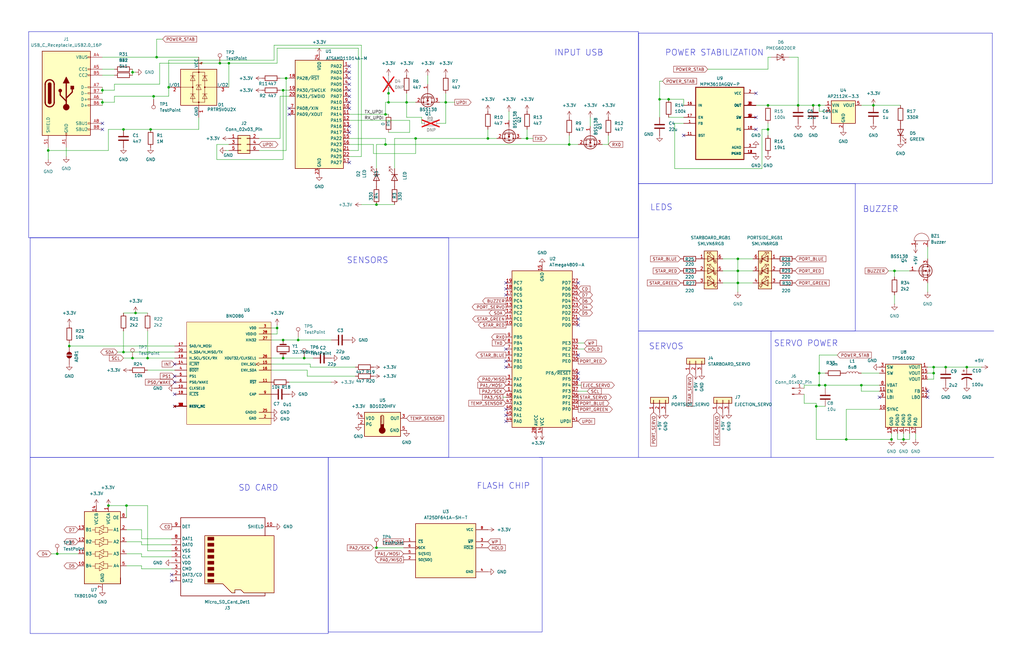
<source format=kicad_sch>
(kicad_sch (version 20231120) (generator "eeschema") (generator_version "8.0")
  (paper "USLedger")
  (junction (at 162.56 48.26))
  (junction (at 345.44 157.48))
  (junction (at 71.12 36.83))
  (junction (at 323.85 54.61))
  (junction (at 43.18 43.18))
  (junction (at 119.38 151.13))
  (junction (at 119.38 143.51))
  (junction (at 368.3 44.45))
  (junction (at 171.45 43.18))
  (junction (at 356.87 185.42))
  (junction (at 240.03 60.96))
  (junction (at 24.13 233.68))
  (junction (at 125.73 143.51))
  (junction (at 345.44 162.56))
  (junction (at 162.56 60.96))
  (junction (at 205.74 58.42))
  (junction (at 66.04 24.13))
  (junction (at 311.15 114.3))
  (junction (at 222.25 58.42))
  (junction (at 62.23 151.13))
  (junction (at 381 185.42))
  (junction (at 55.88 30.48))
  (junction (at 344.17 171.45))
  (junction (at 120.65 33.02))
  (junction (at 163.83 43.18))
  (junction (at 45.72 213.36))
  (junction (at 92.71 26.67))
  (junction (at 55.88 151.13))
  (junction (at 96.52 26.67))
  (junction (at 52.07 54.61))
  (junction (at 336.55 44.45))
  (junction (at 278.13 41.91))
  (junction (at 43.18 38.1))
  (junction (at 311.15 119.38))
  (junction (at 29.21 146.05))
  (junction (at 158.75 231.14))
  (junction (at 53.34 213.36))
  (junction (at 281.94 41.91))
  (junction (at 398.78 154.94))
  (junction (at 20.32 63.5))
  (junction (at 393.7 157.48))
  (junction (at 116.84 138.43))
  (junction (at 57.15 132.08))
  (junction (at 187.96 43.18))
  (junction (at 52.07 148.59))
  (junction (at 175.26 58.42))
  (junction (at 128.27 151.13))
  (junction (at 64.77 40.64))
  (junction (at 342.9 44.45))
  (junction (at 393.7 154.94))
  (junction (at 377.19 114.3))
  (junction (at 375.92 185.42))
  (junction (at 347.98 162.56))
  (junction (at 345.44 44.45))
  (junction (at 158.75 86.36))
  (junction (at 363.22 162.56))
  (junction (at 323.85 44.45))
  (junction (at 63.5 54.61))
  (junction (at 163.83 39.37))
  (junction (at 407.67 154.94))
  (junction (at 119.38 38.1))
  (junction (at 311.15 109.22))
  (no_connect (at 243.84 137.16))
  (no_connect (at 73.66 158.75))
  (no_connect (at 147.32 55.88))
  (no_connect (at 213.36 154.94))
  (no_connect (at 391.16 165.1))
  (no_connect (at 391.16 167.64))
  (no_connect (at 73.66 153.67))
  (no_connect (at 147.32 33.02))
  (no_connect (at 147.32 53.34))
  (no_connect (at 147.32 27.94))
  (no_connect (at 147.32 40.64))
  (no_connect (at 147.32 38.1))
  (no_connect (at 121.92 48.26))
  (no_connect (at 318.77 54.61))
  (no_connect (at 213.36 177.8))
  (no_connect (at 288.29 57.15))
  (no_connect (at 147.32 43.18))
  (no_connect (at 43.18 54.61))
  (no_connect (at 147.32 30.48))
  (no_connect (at 243.84 149.86))
  (no_connect (at 243.84 160.02))
  (no_connect (at 121.92 45.72))
  (no_connect (at 213.36 152.4))
  (no_connect (at 73.66 171.45))
  (no_connect (at 73.66 166.37))
  (no_connect (at 370.84 167.64))
  (no_connect (at 213.36 172.72))
  (no_connect (at 213.36 175.26))
  (no_connect (at 243.84 134.62))
  (no_connect (at 72.39 242.57))
  (no_connect (at 147.32 68.58))
  (no_connect (at 72.39 245.11))
  (no_connect (at 213.36 124.46))
  (no_connect (at 147.32 45.72))
  (no_connect (at 213.36 119.38))
  (no_connect (at 147.32 35.56))
  (no_connect (at 213.36 147.32))
  (no_connect (at 243.84 157.48))
  (no_connect (at 243.84 119.38))
  (no_connect (at 43.18 52.07))
  (no_connect (at 318.77 39.37))
  (no_connect (at 73.66 161.29))
  (no_connect (at 213.36 121.92))
  (no_connect (at 318.77 49.53))
  (wire (pts (xy 311.15 123.19) (xy 311.15 119.38)))
  (wire (pts (xy 53.34 213.36) (xy 62.23 213.36)))
  (wire (pts (xy 162.56 58.42) (xy 162.56 60.96)))
  (wire (pts (xy 386.08 185.42) (xy 386.08 182.88)))
  (wire (pts (xy 68.58 16.51) (xy 66.04 16.51)))
  (wire (pts (xy 398.78 154.94) (xy 407.67 154.94)))
  (wire (pts (xy 125.73 142.24) (xy 125.73 143.51)))
  (wire (pts (xy 119.38 151.13) (xy 128.27 151.13)))
  (wire (pts (xy 114.3 140.97) (xy 116.84 140.97)))
  (wire (pts (xy 71.12 25.4) (xy 115.57 25.4)))
  (wire (pts (xy 345.44 162.56) (xy 347.98 162.56)))
  (wire (pts (xy 120.65 33.02) (xy 118.11 33.02)))
  (wire (pts (xy 147.32 48.26) (xy 162.56 48.26)))
  (wire (pts (xy 118.11 40.64) (xy 121.92 40.64)))
  (wire (pts (xy 377.19 114.3) (xy 383.54 114.3)))
  (wire (pts (xy 311.15 109.22) (xy 317.5 109.22)))
  (wire (pts (xy 284.48 52.07) (xy 284.48 71.12)))
  (wire (pts (xy 43.18 36.83) (xy 43.18 38.1)))
  (wire (pts (xy 256.54 60.96) (xy 254 60.96)))
  (wire (pts (xy 92.71 26.67) (xy 96.52 26.67)))
  (wire (pts (xy 116.84 26.67) (xy 116.84 20.32)))
  (wire (pts (xy 187.96 43.18) (xy 185.42 43.18)))
  (wire (pts (xy 356.87 172.72) (xy 370.84 172.72)))
  (wire (pts (xy 240.03 60.96) (xy 243.84 60.96)))
  (polyline (pts (xy 325.12 193.04) (xy 325.12 139.7)))
  (wire (pts (xy 109.22 63.5) (xy 120.65 63.5)))
  (wire (pts (xy 393.7 160.02) (xy 393.7 157.48)))
  (wire (pts (xy 212.09 167.64) (xy 213.36 167.64)))
  (wire (pts (xy 52.07 54.61) (xy 63.5 54.61)))
  (wire (pts (xy 43.18 43.18) (xy 48.26 43.18)))
  (wire (pts (xy 114.3 143.51) (xy 119.38 143.51)))
  (wire (pts (xy 363.22 44.45) (xy 368.3 44.45)))
  (wire (pts (xy 304.8 114.3) (xy 311.15 114.3)))
  (wire (pts (xy 128.27 151.13) (xy 132.08 151.13)))
  (wire (pts (xy 62.23 156.21) (xy 73.66 156.21)))
  (wire (pts (xy 281.94 49.53) (xy 288.29 49.53)))
  (wire (pts (xy 163.83 43.18) (xy 171.45 43.18)))
  (wire (pts (xy 27.94 66.04) (xy 27.94 62.23)))
  (wire (pts (xy 166.37 58.42) (xy 175.26 58.42)))
  (wire (pts (xy 115.57 19.05) (xy 152.4 19.05)))
  (wire (pts (xy 121.92 161.29) (xy 139.7 161.29)))
  (wire (pts (xy 83.82 54.61) (xy 83.82 49.53)))
  (wire (pts (xy 278.13 34.29) (xy 278.13 41.91)))
  (wire (pts (xy 374.65 114.3) (xy 377.19 114.3)))
  (wire (pts (xy 391.16 104.14) (xy 391.16 109.22)))
  (wire (pts (xy 311.15 114.3) (xy 311.15 109.22)))
  (wire (pts (xy 205.74 58.42) (xy 209.55 58.42)))
  (wire (pts (xy 43.18 38.1) (xy 43.18 39.37)))
  (wire (pts (xy 318.77 44.45) (xy 323.85 44.45)))
  (wire (pts (xy 62.23 213.36) (xy 62.23 232.41)))
  (wire (pts (xy 323.85 24.13) (xy 325.12 24.13)))
  (wire (pts (xy 345.44 157.48) (xy 347.98 157.48)))
  (wire (pts (xy 323.85 44.45) (xy 336.55 44.45)))
  (wire (pts (xy 381 182.88) (xy 381 185.42)))
  (wire (pts (xy 163.83 39.37) (xy 163.83 43.18)))
  (wire (pts (xy 49.53 148.59) (xy 52.07 148.59)))
  (wire (pts (xy 119.38 143.51) (xy 125.73 143.51)))
  (wire (pts (xy 114.3 151.13) (xy 119.38 151.13)))
  (wire (pts (xy 91.44 60.96) (xy 96.52 60.96)))
  (wire (pts (xy 171.45 43.18) (xy 175.26 43.18)))
  (wire (pts (xy 43.18 43.18) (xy 43.18 44.45)))
  (wire (pts (xy 332.74 24.13) (xy 336.55 24.13)))
  (wire (pts (xy 391.16 157.48) (xy 393.7 157.48)))
  (wire (pts (xy 59.69 228.6) (xy 53.34 228.6)))
  (wire (pts (xy 304.8 119.38) (xy 311.15 119.38)))
  (wire (pts (xy 116.84 140.97) (xy 116.84 138.43)))
  (wire (pts (xy 158.75 86.36) (xy 166.37 86.36)))
  (wire (pts (xy 347.98 162.56) (xy 347.98 163.83)))
  (wire (pts (xy 279.4 34.29) (xy 278.13 34.29)))
  (wire (pts (xy 63.5 54.61) (xy 83.82 54.61)))
  (wire (pts (xy 157.48 64.77) (xy 175.26 64.77)))
  (wire (pts (xy 20.32 63.5) (xy 20.32 67.31)))
  (wire (pts (xy 345.44 149.86) (xy 345.44 157.48)))
  (wire (pts (xy 245.11 162.56) (xy 243.84 162.56)))
  (wire (pts (xy 52.07 139.7) (xy 52.07 148.59)))
  (wire (pts (xy 66.04 24.13) (xy 83.82 24.13)))
  (wire (pts (xy 152.4 86.36) (xy 158.75 86.36)))
  (wire (pts (xy 114.3 156.21) (xy 129.54 156.21)))
  (wire (pts (xy 278.13 41.91) (xy 281.94 41.91)))
  (wire (pts (xy 52.07 148.59) (xy 73.66 148.59)))
  (wire (pts (xy 162.56 60.96) (xy 240.03 60.96)))
  (wire (pts (xy 321.31 54.61) (xy 323.85 54.61)))
  (wire (pts (xy 336.55 44.45) (xy 342.9 44.45)))
  (wire (pts (xy 323.85 29.21) (xy 298.45 29.21)))
  (wire (pts (xy 109.22 58.42) (xy 118.11 58.42)))
  (wire (pts (xy 55.88 29.21) (xy 55.88 30.48)))
  (wire (pts (xy 48.26 38.1) (xy 43.18 38.1)))
  (wire (pts (xy 147.32 60.96) (xy 157.48 60.96)))
  (wire (pts (xy 24.13 233.68) (xy 33.02 233.68)))
  (wire (pts (xy 163.83 36.83) (xy 163.83 39.37)))
  (wire (pts (xy 175.26 64.77) (xy 175.26 58.42)))
  (wire (pts (xy 281.94 41.91) (xy 288.29 41.91)))
  (wire (pts (xy 383.54 185.42) (xy 383.54 182.88)))
  (wire (pts (xy 344.17 171.45) (xy 344.17 170.18)))
  (wire (pts (xy 59.69 238.76) (xy 53.34 238.76)))
  (wire (pts (xy 116.84 20.32) (xy 151.13 20.32)))
  (wire (pts (xy 43.18 31.75) (xy 48.26 31.75)))
  (wire (pts (xy 311.15 114.3) (xy 317.5 114.3)))
  (wire (pts (xy 344.17 185.42) (xy 356.87 185.42)))
  (wire (pts (xy 53.34 213.36) (xy 53.34 218.44)))
  (wire (pts (xy 162.56 48.26) (xy 162.56 43.18)))
  (wire (pts (xy 353.06 149.86) (xy 345.44 149.86)))
  (wire (pts (xy 59.69 234.95) (xy 59.69 233.68)))
  (wire (pts (xy 344.17 171.45) (xy 347.98 171.45)))
  (wire (pts (xy 130.81 153.67) (xy 130.81 154.94)))
  (wire (pts (xy 59.69 233.68) (xy 53.34 233.68)))
  (wire (pts (xy 64.77 41.91) (xy 64.77 40.64)))
  (wire (pts (xy 222.25 58.42) (xy 224.79 58.42)))
  (wire (pts (xy 363.22 162.56) (xy 363.22 165.1)))
  (wire (pts (xy 345.44 46.99) (xy 347.98 46.99)))
  (wire (pts (xy 151.13 20.32) (xy 151.13 63.5)))
  (wire (pts (xy 43.18 41.91) (xy 43.18 43.18)))
  (wire (pts (xy 96.52 26.67) (xy 96.52 36.83)))
  (wire (pts (xy 311.15 109.22) (xy 304.8 109.22)))
  (wire (pts (xy 57.15 132.08) (xy 62.23 132.08)))
  (wire (pts (xy 45.72 63.5) (xy 45.72 54.61)))
  (wire (pts (xy 129.54 156.21) (xy 129.54 158.75)))
  (wire (pts (xy 356.87 185.42) (xy 375.92 185.42)))
  (wire (pts (xy 67.31 26.67) (xy 92.71 26.67)))
  (wire (pts (xy 342.9 44.45) (xy 345.44 44.45)))
  (wire (pts (xy 45.72 54.61) (xy 52.07 54.61)))
  (wire (pts (xy 191.77 43.18) (xy 187.96 43.18)))
  (wire (pts (xy 243.84 144.78) (xy 246.38 144.78)))
  (polyline (pts (xy 269.24 193.04) (xy 269.24 139.7)))
  (wire (pts (xy 248.92 49.53) (xy 248.92 53.34)))
  (wire (pts (xy 172.72 50.8) (xy 172.72 55.88)))
  (wire (pts (xy 321.31 71.12) (xy 321.31 54.61)))
  (wire (pts (xy 62.23 232.41) (xy 72.39 232.41)))
  (wire (pts (xy 407.67 154.94) (xy 414.02 154.94)))
  (wire (pts (xy 62.23 139.7) (xy 62.23 151.13)))
  (wire (pts (xy 171.45 39.37) (xy 171.45 43.18)))
  (wire (pts (xy 347.98 162.56) (xy 363.22 162.56)))
  (wire (pts (xy 185.42 52.07) (xy 187.96 52.07)))
  (wire (pts (xy 73.66 146.05) (xy 29.21 146.05)))
  (wire (pts (xy 55.88 30.48) (xy 57.15 30.48)))
  (wire (pts (xy 363.22 162.56) (xy 370.84 162.56)))
  (wire (pts (xy 278.13 49.53) (xy 278.13 41.91)))
  (wire (pts (xy 129.54 158.75) (xy 149.86 158.75)))
  (wire (pts (xy 115.57 25.4) (xy 115.57 19.05)))
  (wire (pts (xy 66.04 16.51) (xy 66.04 24.13)))
  (wire (pts (xy 118.11 58.42) (xy 118.11 40.64)))
  (wire (pts (xy 240.03 57.15) (xy 240.03 60.96)))
  (wire (pts (xy 166.37 58.42) (xy 166.37 71.12)))
  (wire (pts (xy 171.45 49.53) (xy 177.8 49.53)))
  (wire (pts (xy 162.56 48.26) (xy 163.83 48.26)))
  (wire (pts (xy 43.18 29.21) (xy 48.26 29.21)))
  (wire (pts (xy 158.75 60.96) (xy 158.75 71.12)))
  (wire (pts (xy 152.4 66.04) (xy 147.32 66.04)))
  (wire (pts (xy 247.65 165.1) (xy 243.84 165.1)))
  (wire (pts (xy 393.7 157.48) (xy 393.7 154.94)))
  (wire (pts (xy 91.44 67.31) (xy 91.44 60.96)))
  (wire (pts (xy 323.85 24.13) (xy 323.85 29.21)))
  (wire (pts (xy 67.31 35.56) (xy 67.31 26.67)))
  (wire (pts (xy 175.26 58.42) (xy 205.74 58.42)))
  (wire (pts (xy 59.69 229.87) (xy 72.39 229.87)))
  (wire (pts (xy 20.32 62.23) (xy 20.32 63.5)))
  (wire (pts (xy 222.25 54.61) (xy 222.25 58.42)))
  (wire (pts (xy 20.32 63.5) (xy 45.72 63.5)))
  (wire (pts (xy 118.11 38.1) (xy 119.38 38.1)))
  (wire (pts (xy 356.87 172.72) (xy 356.87 185.42)))
  (wire (pts (xy 71.12 36.83) (xy 71.12 25.4)))
  (wire (pts (xy 378.46 185.42) (xy 381 185.42)))
  (wire (pts (xy 205.74 54.61) (xy 205.74 58.42)))
  (wire (pts (xy 157.48 60.96) (xy 157.48 64.77)))
  (wire (pts (xy 59.69 227.33) (xy 59.69 223.52)))
  (wire (pts (xy 171.45 43.18) (xy 171.45 49.53)))
  (wire (pts (xy 339.09 166.37) (xy 339.09 170.18)))
  (wire (pts (xy 162.56 43.18) (xy 163.83 43.18)))
  (wire (pts (xy 177.8 49.53) (xy 177.8 52.07)))
  (wire (pts (xy 311.15 119.38) (xy 311.15 114.3)))
  (wire (pts (xy 323.85 54.61) (xy 323.85 57.15)))
  (wire (pts (xy 344.17 171.45) (xy 344.17 185.42)))
  (wire (pts (xy 339.09 162.56) (xy 339.09 163.83)))
  (wire (pts (xy 311.15 119.38) (xy 317.5 119.38)))
  (wire (pts (xy 116.84 138.43) (xy 116.84 137.16)))
  (wire (pts (xy 52.07 151.13) (xy 55.88 151.13)))
  (wire (pts (xy 96.52 26.67) (xy 116.84 26.67)))
  (wire (pts (xy 243.84 147.32) (xy 246.38 147.32)))
  (wire (pts (xy 381 185.42) (xy 383.54 185.42)))
  (wire (pts (xy 288.29 52.07) (xy 284.48 52.07)))
  (wire (pts (xy 59.69 223.52) (xy 53.34 223.52)))
  (wire (pts (xy 378.46 182.88) (xy 378.46 185.42)))
  (wire (pts (xy 21.59 233.68) (xy 24.13 233.68)))
  (wire (pts (xy 119.38 67.31) (xy 91.44 67.31)))
  (wire (pts (xy 180.34 31.75) (xy 180.34 35.56)))
  (wire (pts (xy 147.32 58.42) (xy 162.56 58.42)))
  (wire (pts (xy 48.26 35.56) (xy 48.26 38.1)))
  (wire (pts (xy 59.69 229.87) (xy 59.69 228.6)))
  (wire (pts (xy 368.3 44.45) (xy 379.73 44.45)))
  (wire (pts (xy 52.07 132.08) (xy 57.15 132.08)))
  (wire (pts (xy 55.88 151.13) (xy 62.23 151.13)))
  (wire (pts (xy 363.22 165.1) (xy 370.84 165.1)))
  (wire (pts (xy 391.16 160.02) (xy 393.7 160.02)))
  (wire (pts (xy 284.48 71.12) (xy 321.31 71.12)))
  (wire (pts (xy 151.13 63.5) (xy 147.32 63.5)))
  (wire (pts (xy 48.26 35.56) (xy 67.31 35.56)))
  (wire (pts (xy 377.19 114.3) (xy 377.19 116.84)))
  (wire (pts (xy 375.92 185.42) (xy 375.92 182.88)))
  (wire (pts (xy 288.29 41.91) (xy 288.29 44.45)))
  (wire (pts (xy 345.44 157.48) (xy 345.44 162.56)))
  (wire (pts (xy 43.18 24.13) (xy 66.04 24.13)))
  (wire (pts (xy 256.54 57.15) (xy 256.54 60.96)))
  (wire (pts (xy 29.21 146.05) (xy 29.21 144.78)))
  (wire (pts (xy 152.4 19.05) (xy 152.4 66.04)))
  (polyline (pts (xy 227.33 193.04) (xy 419.1 193.04)))
  (wire (pts (xy 130.81 154.94) (xy 149.86 154.94)))
  (wire (pts (xy 214.63 46.99) (xy 214.63 50.8)))
  (wire (pts (xy 96.52 63.5) (xy 95.25 63.5)))
  (wire (pts (xy 336.55 24.13) (xy 336.55 44.45)))
  (wire (pts (xy 187.96 52.07) (xy 187.96 43.18)))
  (wire (pts (xy 114.3 138.43) (xy 116.84 138.43)))
  (wire (pts (xy 187.96 39.37) (xy 187.96 43.18)))
  (wire (pts (xy 121.92 33.02) (xy 120.65 33.02)))
  (wire (pts (xy 59.69 240.03) (xy 59.69 238.76)))
  (wire (pts (xy 45.72 213.36) (xy 53.34 213.36)))
  (wire (pts (xy 323.85 52.07) (xy 323.85 54.61)))
  (wire (pts (xy 119.38 38.1) (xy 119.38 67.31)))
  (wire (pts (xy 48.26 40.64) (xy 48.26 43.18)))
  (wire (pts (xy 120.65 63.5) (xy 120.65 33.02)))
  (wire (pts (xy 345.44 44.45) (xy 345.44 46.99)))
  (wire (pts (xy 64.77 40.64) (xy 71.12 40.64)))
  (wire (pts (xy 391.16 119.38) (xy 391.16 123.19)))
  (wire (pts (xy 222.25 58.42) (xy 219.71 58.42)))
  (wire (pts (xy 71.12 40.64) (xy 71.12 36.83)))
  (wire (pts (xy 158.75 60.96) (xy 162.56 60.96)))
  (wire (pts (xy 62.23 151.13) (xy 73.66 151.13)))
  (wire (pts (xy 119.38 38.1) (xy 121.92 38.1)))
  (wire (pts (xy 125.73 143.51) (xy 139.7 143.51)))
  (wire (pts (xy 55.88 30.48) (xy 55.88 31.75)))
  (wire (pts (xy 363.22 157.48) (xy 370.84 157.48)))
  (wire (pts (xy 158.75 231.14) (xy 170.18 231.14)))
  (wire (pts (xy 339.09 170.18) (xy 344.17 170.18)))
  (wire (pts (xy 393.7 154.94) (xy 398.78 154.94)))
  (wire (pts (xy 147.32 50.8) (xy 172.72 50.8)))
  (wire (pts (xy 377.19 124.46) (xy 377.19 128.27)))
  (wire (pts (xy 48.26 40.64) (xy 64.77 40.64)))
  (wire (pts (xy 391.16 154.94) (xy 393.7 154.94)))
  (wire (pts (xy 172.72 55.88) (xy 163.83 55.88)))
  (polyline (pts (xy 269.24 139.7) (xy 419.1 139.7)))
  (wire (pts (xy 59.69 234.95) (xy 72.39 234.95)))
  (wire (pts (xy 339.09 162.56) (xy 345.44 162.56)))
  (wire (pts (xy 345.44 44.45) (xy 347.98 44.45)))
  (wire (pts (xy 157.48 231.14) (xy 158.75 231.14)))
  (wire (pts (xy 72.39 240.03) (xy 59.69 240.03)))
  (wire (pts (xy 59.69 227.33) (xy 72.39 227.33)))
  (wire (pts (xy 114.3 153.67) (xy 130.81 153.67)))
  (rectangle (start 12.065 13.335) (end 269.24 100.33))
  (rectangle (start 12.7 100.33) (end 189.23 193.04))
  (rectangle (start 138.43 193.04) (end 228.6 266.7))
  (rectangle (start 12.7 193.04) (end 138.43 267.335))
  (rectangle (start 269.24 13.97) (end 418.465 77.47))
  (rectangle (start 269.24 77.47) (end 360.68 139.7))
  (text "SD CARD\n" (at 108.966 205.994 0) (effects (font (size 2.54 2.54))))
  (text "INPUT USB" (at 244.094 22.352 0) (effects (font (size 2.54 2.54))))
  (text "BUZZER\n" (at 371.348 88.392 0) (effects (font (size 2.54 2.54))))
  (text "POWER STABILIZATION" (at 301.244 22.352 0) (effects (font (size 2.54 2.54))))
  (text "FLASH CHIP\n" (at 212.2747 205.1733 0) (effects (font (size 2.54 2.54))))
  (text "SENSORS " (at 155.956 109.982 0) (effects (font (size 2.54 2.54))))
  (text "SERVOS\n" (at 280.924 146.304 0) (effects (font (size 2.54 2.54))))
  (text "LEDS\n" (at 278.892 87.63 0) (effects (font (size 2.54 2.54))))
  (text "SERVO POWER\n\n" (at 339.852 147.066 0) (effects (font (size 2.54 2.54))))
  (label "RX_UPDI" (at 153.67 50.8 0))
  (label "TX_UPDI" (at 153.67 48.26 0))
  (global_label "EJEC_SERVO" (shape output) (at 245.11 162.56 0) (property "Intersheetrefs" "${INTERSHEET_REFS}" (effects (hide yes))))
  (global_label "SDA" (shape bidirectional) (at 49.53 148.59 180) (property "Intersheetrefs" "${INTERSHEET_REFS}" (effects (hide yes))))
  (global_label "TX0" (shape input) (at 213.36 144.78 180) (property "Intersheetrefs" "${INTERSHEET_REFS}" (effects (hide yes))))
  (global_label "RX0" (shape input) (at 256.54 60.96 0) (property "Intersheetrefs" "${INTERSHEET_REFS}" (effects (hide yes))))
  (global_label "BUZZER" (shape input) (at 374.65 114.3 180) (property "Intersheetrefs" "${INTERSHEET_REFS}" (effects (hide yes))))
  (global_label "STAR_RED" (shape input) (at 287.02 114.3 180) (property "Intersheetrefs" "${INTERSHEET_REFS}" (effects (hide yes))))
  (global_label "TX0" (shape output) (at 224.79 58.42 0) (property "Intersheetrefs" "${INTERSHEET_REFS}" (effects (hide yes))))
  (global_label "STAR_GREEN" (shape output) (at 213.36 134.62 180) (property "Intersheetrefs" "${INTERSHEET_REFS}" (effects (hide yes))))
  (global_label "PORT_BLUE" (shape output) (at 243.84 170.18 0) (property "Intersheetrefs" "${INTERSHEET_REFS}" (effects (hide yes))))
  (global_label "CD" (shape output) (at 72.39 222.25 180) (property "Intersheetrefs" "${INTERSHEET_REFS}" (effects (hide yes))))
  (global_label "UPDI" (shape input) (at 243.84 177.8 0) (property "Intersheetrefs" "${INTERSHEET_REFS}" (effects (hide yes))))
  (global_label "PA0{slash}MISO" (shape output) (at 213.36 160.02 180) (property "Intersheetrefs" "${INTERSHEET_REFS}" (effects (hide yes))))
  (global_label "POWER_STAB" (shape input) (at 68.58 16.51 0) (property "Intersheetrefs" "${INTERSHEET_REFS}" (effects (hide yes))))
  (global_label "SCL" (shape input) (at 52.07 151.13 180) (property "Intersheetrefs" "${INTERSHEET_REFS}" (effects (hide yes))))
  (global_label "PORT_SERVO" (shape input) (at 275.59 173.99 270) (property "Intersheetrefs" "${INTERSHEET_REFS}" (effects (hide yes))))
  (global_label "D4" (shape bidirectional) (at 21.59 233.68 180) (property "Intersheetrefs" "${INTERSHEET_REFS}" (effects (hide yes))))
  (global_label "PA2{slash}SCK" (shape input) (at 213.36 165.1 180) (property "Intersheetrefs" "${INTERSHEET_REFS}" (effects (hide yes))))
  (global_label "D6" (shape bidirectional) (at 243.84 127 0) (property "Intersheetrefs" "${INTERSHEET_REFS}" (effects (hide yes))))
  (global_label "D5" (shape bidirectional) (at 33.02 238.76 180) (property "Intersheetrefs" "${INTERSHEET_REFS}" (effects (hide yes))))
  (global_label "CD" (shape input) (at 243.84 121.92 0) (property "Intersheetrefs" "${INTERSHEET_REFS}" (effects (hide yes))))
  (global_label "PORT_RED" (shape output) (at 243.84 152.4 0) (property "Intersheetrefs" "${INTERSHEET_REFS}" (effects (hide yes))))
  (global_label "STAR_BLUE" (shape input) (at 287.02 109.22 180) (property "Intersheetrefs" "${INTERSHEET_REFS}" (effects (hide yes))))
  (global_label "WP" (shape input) (at 246.38 144.78 0) (property "Intersheetrefs" "${INTERSHEET_REFS}" (effects (hide yes))))
  (global_label "RX0" (shape output) (at 213.36 142.24 180) (property "Intersheetrefs" "${INTERSHEET_REFS}" (effects (hide yes))))
  (global_label "POWER_STAB" (shape input) (at 353.06 149.86 0) (property "Intersheetrefs" "${INTERSHEET_REFS}" (effects (hide yes))))
  (global_label "INT" (shape input) (at 73.66 153.67 180) (property "Intersheetrefs" "${INTERSHEET_REFS}" (effects (hide yes))))
  (global_label "PA1{slash}MOSI" (shape input) (at 170.18 233.68 180) (property "Intersheetrefs" "${INTERSHEET_REFS}" (effects (hide yes))))
  (global_label "D7" (shape bidirectional) (at 243.84 124.46 0) (property "Intersheetrefs" "${INTERSHEET_REFS}" (effects (hide yes))))
  (global_label "STAR_RED" (shape output) (at 213.36 137.16 180) (property "Intersheetrefs" "${INTERSHEET_REFS}" (effects (hide yes))))
  (global_label "UPDI" (shape bidirectional) (at 109.22 60.96 0) (property "Intersheetrefs" "${INTERSHEET_REFS}" (effects (hide yes))))
  (global_label "PORT_GREEN" (shape input) (at 335.28 119.38 0) (property "Intersheetrefs" "${INTERSHEET_REFS}" (effects (hide yes))))
  (global_label "PA2{slash}SCK" (shape input) (at 157.48 231.14 180) (property "Intersheetrefs" "${INTERSHEET_REFS}" (effects (hide yes))))
  (global_label "PORT_BLUE" (shape input) (at 335.28 109.22 0) (property "Intersheetrefs" "${INTERSHEET_REFS}" (effects (hide yes))))
  (global_label "POWER_STAB" (shape input) (at 298.45 29.21 180) (property "Intersheetrefs" "${INTERSHEET_REFS}" (effects (hide yes))))
  (global_label "TEMP_SENSOR" (shape input) (at 171.45 176.53 0) (property "Intersheetrefs" "${INTERSHEET_REFS}" (effects (hide yes))))
  (global_label "STAR_GREEN" (shape input) (at 287.02 119.38 180) (property "Intersheetrefs" "${INTERSHEET_REFS}" (effects (hide yes))))
  (global_label "PA0{slash}MISO" (shape output) (at 170.18 236.22 180) (property "Intersheetrefs" "${INTERSHEET_REFS}" (effects (hide yes))))
  (global_label "SCL" (shape input) (at 247.65 165.1 0) (property "Intersheetrefs" "${INTERSHEET_REFS}" (effects (hide yes))))
  (global_label "D6" (shape bidirectional) (at 33.02 228.6 180) (property "Intersheetrefs" "${INTERSHEET_REFS}" (effects (hide yes))))
  (global_label "D4" (shape bidirectional) (at 243.84 129.54 0) (property "Intersheetrefs" "${INTERSHEET_REFS}" (effects (hide yes))))
  (global_label "BUZZER" (shape output) (at 213.36 127 180) (property "Intersheetrefs" "${INTERSHEET_REFS}" (effects (hide yes))))
  (global_label "STAR_SERVO" (shape input) (at 290.83 157.48 270) (property "Intersheetrefs" "${INTERSHEET_REFS}" (effects (hide yes))))
  (global_label "PA1{slash}MOSI" (shape input) (at 213.36 162.56 180) (property "Intersheetrefs" "${INTERSHEET_REFS}" (effects (hide yes))))
  (global_label "PORT_SERVO" (shape output) (at 213.36 129.54 180) (property "Intersheetrefs" "${INTERSHEET_REFS}" (effects (hide yes))))
  (global_label "EJEC_SERVO" (shape input) (at 302.26 173.99 270) (property "Intersheetrefs" "${INTERSHEET_REFS}" (effects (hide yes))))
  (global_label "WP" (shape input) (at 205.74 228.6 0) (property "Intersheetrefs" "${INTERSHEET_REFS}" (effects (hide yes))))
  (global_label "SDA" (shape bidirectional) (at 213.36 132.08 180) (property "Intersheetrefs" "${INTERSHEET_REFS}" (effects (hide yes))))
  (global_label "D7" (shape bidirectional) (at 33.02 223.52 180) (property "Intersheetrefs" "${INTERSHEET_REFS}" (effects (hide yes))))
  (global_label "PS0{slash}WAKE" (shape input) (at 73.66 161.29 180) (property "Intersheetrefs" "${INTERSHEET_REFS}" (effects (hide yes))))
  (global_label "TEMP_SENSOR" (shape input) (at 213.36 170.18 180) (property "Intersheetrefs" "${INTERSHEET_REFS}" (effects (hide yes))))
  (global_label "UPDI" (shape output) (at 191.77 43.18 0) (property "Intersheetrefs" "${INTERSHEET_REFS}" (effects (hide yes))))
  (global_label "POWER_STAB" (shape input) (at 279.4 34.29 0) (property "Intersheetrefs" "${INTERSHEET_REFS}" (effects (hide yes))))
  (global_label "HOLD" (shape input) (at 246.38 147.32 0) (property "Intersheetrefs" "${INTERSHEET_REFS}" (effects (hide yes))))
  (global_label "D5" (shape bidirectional) (at 243.84 132.08 0) (property "Intersheetrefs" "${INTERSHEET_REFS}" (effects (hide yes))))
  (global_label "PORT_RED" (shape input) (at 335.28 114.3 0) (property "Intersheetrefs" "${INTERSHEET_REFS}" (effects (hide yes))))
  (global_label "PA3{slash}SS" (shape passive) (at 170.18 228.6 180) (property "Intersheetrefs" "${INTERSHEET_REFS}" (effects (hide yes))))
  (global_label "PS1" (shape input) (at 73.66 158.75 180) (property "Intersheetrefs" "${INTERSHEET_REFS}" (effects (hide yes))))
  (global_label "STAR_BLUE" (shape output) (at 213.36 149.86 180) (property "Intersheetrefs" "${INTERSHEET_REFS}" (effects (hide yes))))
  (global_label "PORT_GREEN" (shape output) (at 243.84 172.72 0) (property "Intersheetrefs" "${INTERSHEET_REFS}" (effects (hide yes))))
  (global_label "PA3{slash}SS" (shape passive) (at 212.09 167.64 180) (property "Intersheetrefs" "${INTERSHEET_REFS}" (effects (hide yes))))
  (global_label "STAR_SERVO" (shape output) (at 243.84 167.64 0) (property "Intersheetrefs" "${INTERSHEET_REFS}" (effects (hide yes))))
  (global_label "HOLD" (shape input) (at 205.74 231.14 0) (property "Intersheetrefs" "${INTERSHEET_REFS}" (effects (hide yes))))
  (symbol (lib_id "power:GND") (at 171.45 181.61 0) (unit 1)
    (property "Reference" "#PWR075" (effects (hide yes)))
    (property "Value" "GND" (at 171.45 186.69 0))
    (property "Description" "Power symbol creates a global label with name \"GND\" , ground" (effects (hide yes)))
  )
  (symbol (lib_id "power:GND") (at 151.13 179.07 0) (unit 1)
    (property "Reference" "#PWR024" (effects (hide yes)))
    (property "Value" "GND" (at 151.13 184.15 0))
    (property "Description" "Power symbol creates a global label with name \"GND\" , ground" (effects (hide yes)))
  )
  (symbol (lib_id "Device:R") (at 118.11 161.29 90) (unit 1)
    (property "Reference" "R18" (at 120.65 163.322 90))
    (property "Value" "10k" (at 116.332 163.322 90))
    (property "Footprint" "Resistor_SMD:R_0402_1005Metric" (effects (hide yes)))
    (property "Description" "Resistor" (effects (hide yes)))
  )
  (symbol (lib_id "Connector:TestPoint") (at 24.13 233.68 0) (unit 1)
    (property "Reference" "TP3" (at 26.67 229.1079 0) (effects (justify left)))
    (property "Value" "TestPoint" (at 26.67 231.6479 0) (effects (justify left)))
    (property "Footprint" "TestPoint:TestPoint_Pad_1.0x1.0mm" (effects (hide yes)))
    (property "Description" "test point" (effects (hide yes)))
  )
  (symbol (lib_id "power:GND") (at 114.3 173.99 90) (unit 1)
    (property "Reference" "#PWR036" (effects (hide yes)))
    (property "Value" "GND" (at 118.11 173.9899 90) (effects (justify right)))
    (property "Description" "Power symbol creates a global label with name \"GND\" , ground" (effects (hide yes)))
  )
  (symbol (lib_id "Connector:TestPoint") (at 55.88 151.13 0) (unit 1)
    (property "Reference" "TP7" (at 58.42 146.5579 0) (effects (justify left)))
    (property "Value" "TestPoint" (at 58.42 149.0979 0) (effects (justify left)))
    (property "Footprint" "TestPoint:TestPoint_Pad_1.0x1.0mm" (effects (hide yes)))
    (property "Description" "test point" (effects (hide yes)))
  )
  (symbol (lib_id "Device:R") (at 290.83 109.22 90) (unit 1)
    (property "Reference" "R25" (at 290.83 109.474 90))
    (property "Value" "220" (at 290.83 111.506 90))
    (property "Footprint" "Resistor_SMD:R_0402_1005Metric" (effects (hide yes)))
    (property "Description" "Resistor" (effects (hide yes)))
  )
  (symbol (lib_id "power:GND") (at 398.78 162.56 0) (unit 1)
    (property "Reference" "#PWR066" (effects (hide yes)))
    (property "Value" "GND" (at 398.78 167.64 0))
    (property "Description" "Power symbol creates a global label with name \"GND\" , ground" (effects (hide yes)))
  )
  (symbol (lib_id "Device:C") (at 336.55 48.26 0) (unit 1)
    (property "Reference" "C5" (at 340.36 46.9899 0) (effects (justify left)))
    (property "Value" "22u" (at 340.36 49.5299 0) (effects (justify left)))
    (property "Footprint" "Capacitor_SMD:C_0201_0603Metric" (effects (hide yes)))
    (property "Description" "Unpolarized capacitor" (effects (hide yes)))
  )
  (symbol (lib_id "power:GND") (at 391.16 123.19 0) (unit 1)
    (property "Reference" "#PWR070" (effects (hide yes)))
    (property "Value" "GND" (at 391.16 128.27 0))
    (property "Description" "Power symbol creates a global label with name \"GND\" , ground" (effects (hide yes)))
  )
  (symbol (lib_id "power:+3.3V") (at 57.15 132.08 0) (unit 1)
    (property "Reference" "#PWR043" (effects (hide yes)))
    (property "Value" "+3.3V" (at 57.15 127 0))
    (property "Description" "Power symbol creates a global label with name \"+3.3V\"" (effects (hide yes)))
  )
  (symbol (lib_id "Device:C") (at 52.07 58.42 0) (unit 1)
    (property "Reference" "C1" (at 55.88 57.1499 0) (effects (justify left)))
    (property "Value" "4n7" (at 55.88 59.6899 0) (effects (justify left)))
    (property "Footprint" "Capacitor_SMD:C_0201_0603Metric" (effects (hide yes)))
    (property "Description" "Unpolarized capacitor" (effects (hide yes)))
  )
  (symbol (lib_id "Device:R") (at 205.74 50.8 0) (unit 1)
    (property "Reference" "R10" (at 208.28 49.5299 0) (effects (justify left)))
    (property "Value" "4k7" (at 208.28 52.0699 0) (effects (justify left)))
    (property "Footprint" "Resistor_SMD:R_0402_1005Metric" (effects (hide yes)))
    (property "Description" "Resistor" (effects (hide yes)))
  )
  (symbol (lib_id "power:GND") (at 318.77 62.23 180) (unit 1)
    (property "Reference" "#PWR068" (effects (hide yes)))
    (property "Value" "GND" (at 318.77 57.15 0))
    (property "Description" "Power symbol creates a global label with name \"GND\" , ground" (effects (hide yes)))
  )
  (symbol (lib_id "power:+3.3V") (at 228.6 182.88 180) (unit 1)
    (property "Reference" "#PWR054" (effects (hide yes)))
    (property "Value" "+3.3V" (at 226.822 186.944 0))
    (property "Description" "Power symbol creates a global label with name \"+3.3V\"" (effects (hide yes)))
  )
  (symbol (lib_id "Device:R") (at 331.47 119.38 90) (unit 1)
    (property "Reference" "R30" (at 331.724 119.634 90))
    (property "Value" "220" (at 331.47 122.682 90))
    (property "Footprint" "Resistor_SMD:R_0402_1005Metric" (effects (hide yes)))
    (property "Description" "Resistor" (effects (hide yes)))
  )
  (symbol (lib_id "power:GND") (at 307.34 173.99 0) (unit 1)
    (property "Reference" "#PWR064" (effects (hide yes)))
    (property "Value" "GND" (at 307.3401 177.8 90) (effects (justify right)))
    (property "Description" "Power symbol creates a global label with name \"GND\" , ground" (effects (hide yes)))
  )
  (symbol (lib_id "Logic_LevelTranslator:TXB0104D") (at 43.18 231.14 0) (mirror y) (unit 1)
    (property "Reference" "U7" (at 40.9859 248.92 0) (effects (justify left)))
    (property "Value" "TXB0104D" (at 40.9859 251.46 0) (effects (justify left)))
    (property "Footprint" "Package_SO:SOIC-14_3.9x8.7mm_P1.27mm" (effects (hide yes)))
    (property "Datasheet" "http://www.ti.com/lit/ds/symlink/txb0104.pdf" (effects (hide yes)))
    (property "Description" "4-Bit Bidirectional Voltage-Level Translator, Auto Direction Sensing and ±15-kV ESD Protection, 1.2 - 3.6V APort, 1.65 - 5.5V BPort, SOIC-14" (effects (hide yes)))
  )
  (symbol (lib_id "Device:R") (at 114.3 33.02 90) (unit 1)
    (property "Reference" "R11" (at 110.998 35.306 90))
    (property "Value" "4k7" (at 114.808 35.306 90))
    (property "Footprint" "Resistor_SMD:R_0402_1005Metric" (effects (hide yes)))
    (property "Description" "Resistor" (effects (hide yes)))
  )
  (symbol (lib_id "power:GND") (at 121.92 166.37 90) (unit 1)
    (property "Reference" "#PWR039" (effects (hide yes)))
    (property "Value" "GND" (at 125.73 166.3699 90) (effects (justify right)))
    (property "Description" "Power symbol creates a global label with name \"GND\" , ground" (effects (hide yes)))
  )
  (symbol (lib_id "power:+3.3V") (at 110.49 33.02 90) (unit 1)
    (property "Reference" "#PWR07" (effects (hide yes)))
    (property "Value" "+3.3V" (at 106.68 33.0199 90) (effects (justify left)))
    (property "Description" "Power symbol creates a global label with name \"+3.3V\"" (effects (hide yes)))
  )
  (symbol (lib_id "Device:C") (at 347.98 167.64 0) (unit 1)
    (property "Reference" "C8" (at 348.742 170.18 0) (effects (justify left)))
    (property "Value" "10u" (at 348.742 172.72 0) (effects (justify left)))
    (property "Footprint" "Capacitor_SMD:C_0201_0603Metric" (effects (hide yes)))
    (property "Description" "Unpolarized capacitor" (effects (hide yes)))
  )
  (symbol (lib_id "Device:C") (at 135.89 151.13 90) (unit 1)
    (property "Reference" "C2" (at 136.144 146.812 90))
    (property "Value" "22p" (at 139.954 153.67 90))
    (property "Footprint" "Capacitor_SMD:C_0201_0603Metric" (effects (hide yes)))
    (property "Description" "Unpolarized capacitor" (effects (hide yes)))
  )
  (symbol (lib_id "power:GND") (at 27.94 66.04 0) (unit 1)
    (property "Reference" "#PWR027" (effects (hide yes)))
    (property "Value" "GND" (at 27.94 71.12 0))
    (property "Description" "Power symbol creates a global label with name \"GND\" , ground" (effects (hide yes)))
  )
  (symbol (lib_id "Device:R") (at 62.23 135.89 0) (unit 1)
    (property "Reference" "R22" (at 64.77 134.6199 0) (effects (justify left)))
    (property "Value" "2k2" (at 64.77 137.1599 0) (effects (justify left)))
    (property "Footprint" "Resistor_SMD:R_0402_1005Metric" (effects (hide yes)))
    (property "Description" "Resistor" (effects (hide yes)))
  )
  (symbol (lib_id "Connector:TestPoint") (at 128.27 151.13 0) (unit 1)
    (property "Reference" "TP6" (at 130.81 146.5579 0) (effects (justify left)))
    (property "Value" "TestPoint" (at 130.81 149.0979 0) (effects (justify left)))
    (property "Footprint" "TestPoint:TestPoint_Pad_1.0x1.0mm" (effects (hide yes)))
    (property "Description" "test point" (effects (hide yes)))
  )
  (symbol (lib_id "Device:R") (at 281.94 45.72 0) (unit 1)
    (property "Reference" "R14" (at 284.48 44.4499 0) (effects (justify left)))
    (property "Value" "100k" (at 284.48 46.9899 0) (effects (justify left)))
    (property "Footprint" "Resistor_SMD:R_0402_1005Metric" (effects (hide yes)))
    (property "Description" "Resistor" (effects (hide yes)))
  )
  (symbol (lib_id "Device:R") (at 153.67 158.75 90) (unit 1)
    (property "Reference" "R20" (at 156.21 160.782 90))
    (property "Value" "4k7" (at 151.892 160.782 90))
    (property "Footprint" "Resistor_SMD:R_0402_1005Metric" (effects (hide yes)))
    (property "Description" "Resistor" (effects (hide yes)))
  )
  (symbol (lib_id "power:GND") (at 52.07 62.23 0) (unit 1)
    (property "Reference" "#PWR02" (effects (hide yes)))
    (property "Value" "GND" (at 52.07 67.31 0))
    (property "Description" "Power symbol creates a global label with name \"GND\" , ground" (effects (hide yes)))
  )
  (symbol (lib_id "Device:C") (at 118.11 166.37 90) (unit 1)
    (property "Reference" "C7" (at 116.586 170.434 90))
    (property "Value" "0u1" (at 121.158 170.688 90))
    (property "Footprint" "Capacitor_SMD:C_0201_0603Metric" (effects (hide yes)))
    (property "Description" "Unpolarized capacitor" (effects (hide yes)))
  )
  (symbol (lib_id "Device:R") (at 153.67 154.94 90) (unit 1)
    (property "Reference" "R19" (at 156.21 156.972 90))
    (property "Value" "4k7" (at 151.892 156.972 90))
    (property "Footprint" "Resistor_SMD:R_0402_1005Metric" (effects (hide yes)))
    (property "Description" "Resistor" (effects (hide yes)))
  )
  (symbol (lib_id "LED:SMLVN6RGB") (at 299.72 114.3 0) (unit 1)
    (property "Reference" "STARBOARD_RGB1" (at 299.72 100.33 0))
    (property "Value" "SMLVN6RGB" (at 299.72 102.87 0))
    (property "Footprint" "LED_SMD:LED_ROHM_SMLVN6" (effects (hide yes)))
    (property "Datasheet" "https://www.rohm.com/datasheet/SMLVN6RGB1U" (effects (hide yes)))
    (property "Description" "High Brightness Tri-Color LED, RGB, 3.5x2.8mm" (effects (hide yes)))
  )
  (symbol (lib_id "Connector:TestPoint") (at 158.75 231.14 0) (unit 1)
    (property "Reference" "TP4" (at 161.29 226.5679 0) (effects (justify left)))
    (property "Value" "TestPoint" (at 161.29 229.1079 0) (effects (justify left)))
    (property "Footprint" "TestPoint:TestPoint_Pad_1.0x1.0mm" (effects (hide yes)))
    (property "Description" "test point" (effects (hide yes)))
  )
  (symbol (lib_id "Device:R") (at 377.19 120.65 0) (unit 1)
    (property "Reference" "R34" (at 379.73 119.3799 0) (effects (justify left)))
    (property "Value" "2k2" (at 379.73 121.9199 0) (effects (justify left)))
    (property "Footprint" "Resistor_SMD:R_0402_1005Metric" (effects (hide yes)))
    (property "Description" "Resistor" (effects (hide yes)))
  )
  (symbol (lib_id "Device:R") (at 256.54 53.34 0) (unit 1)
    (property "Reference" "R12" (at 259.08 52.0699 0) (effects (justify left)))
    (property "Value" "4k7" (at 259.08 54.6099 0) (effects (justify left)))
    (property "Footprint" "Resistor_SMD:R_0402_1005Metric" (effects (hide yes)))
    (property "Description" "Resistor" (effects (hide yes)))
  )
  (symbol (lib_id "power:+3.3V") (at 163.83 31.75 0) (unit 1)
    (property "Reference" "#PWR015" (effects (hide yes)))
    (property "Value" "+3.3V" (at 163.83 26.67 0))
    (property "Description" "Power symbol creates a global label with name \"+3.3V\"" (effects (hide yes)))
  )
  (symbol (lib_id "Device:R") (at 63.5 58.42 0) (unit 1)
    (property "Reference" "R1" (at 66.04 57.1499 0) (effects (justify left)))
    (property "Value" "1M" (at 66.04 59.6899 0) (effects (justify left)))
    (property "Footprint" "Resistor_SMD:R_0402_1005Metric" (effects (hide yes)))
    (property "Description" "Resistor" (effects (hide yes)))
  )
  (symbol (lib_id "Device:C_Polarized_US") (at 407.67 158.75 0) (unit 1)
    (property "Reference" "C10" (at 409.956 156.464 0) (effects (justify left)))
    (property "Value" "100u" (at 409.702 162.306 0) (effects (justify left)))
    (property "Footprint" "Capacitor_SMD:CP_Elec_6.3x5.4" (effects (hide yes)))
    (property "Description" "Polarized capacitor, US symbol" (effects (hide yes)))
  )
  (symbol (lib_id "power:GND") (at 355.6 54.61 0) (unit 1)
    (property "Reference" "#PWR030" (effects (hide yes)))
    (property "Value" "GND" (at 355.6 59.69 0))
    (property "Description" "Power symbol creates a global label with name \"GND\" , ground" (effects (hide yes)))
  )
  (symbol (lib_id "Device:Crystal") (at 119.38 147.32 90) (unit 1)
    (property "Reference" "Y1" (at 123.19 146.0499 90) (effects (justify right)))
    (property "Value" "32.768kHz" (at 123.19 148.5899 90) (effects (justify right)))
    (property "Footprint" "Crystal:Crystal_C26-LF_D2.1mm_L6.5mm_Vertical" (effects (hide yes)))
    (property "Description" "Two pin crystal" (effects (hide yes)))
  )
  (symbol (lib_id "power:+3.3V") (at 139.7 161.29 270) (unit 1)
    (property "Reference" "#PWR040" (effects (hide yes)))
    (property "Value" "+3.3V" (at 143.51 161.2899 90) (effects (justify left)))
    (property "Description" "Power symbol creates a global label with name \"+3.3V\"" (effects (hide yes)))
  )
  (symbol (lib_id "Device:R") (at 187.96 35.56 0) (unit 1)
    (property "Reference" "R7" (at 190.5 34.2899 0) (effects (justify left)))
    (property "Value" "4k7" (at 190.5 36.8299 0) (effects (justify left)))
    (property "Footprint" "Resistor_SMD:R_0402_1005Metric" (effects (hide yes)))
    (property "Description" "Resistor" (effects (hide yes)))
  )
  (symbol (lib_id "power:GND") (at 29.21 153.67 0) (unit 1)
    (property "Reference" "#PWR045" (effects (hide yes)))
    (property "Value" "GND" (at 29.21 158.75 0))
    (property "Description" "Power symbol creates a global label with name \"GND\" , ground" (effects (hide yes)))
  )
  (symbol (lib_id "power:GND") (at 147.32 143.51 90) (unit 1)
    (property "Reference" "#PWR038" (effects (hide yes)))
    (property "Value" "GND" (at 151.13 143.5099 90) (effects (justify right)))
    (property "Description" "Power symbol creates a global label with name \"GND\" , ground" (effects (hide yes)))
  )
  (symbol (lib_id "Device:R") (at 181.61 52.07 90) (unit 1) (dnp yes)
    (property "Reference" "R8" (at 181.356 50.038 90))
    (property "Value" "DNP" (at 181.864 54.864 90))
    (property "Footprint" "Resistor_SMD:R_0402_1005Metric" (effects (hide yes)))
    (property "Description" "Resistor" (effects (hide yes)))
  )
  (symbol (lib_id "Connector_Generic:Conn_01x03") (at 293.37 152.4 90) (unit 1)
    (property "Reference" "J4" (at 298.45 151.1299 90) (effects (justify right)))
    (property "Value" "STARBOARD_SERVO" (at 298.45 153.6699 90) (effects (justify right)))
    (property "Footprint" "Connector_PinHeader_2.54mm:PinHeader_1x03_P2.54mm_Vertical" (effects (hide yes)))
    (property "Description" "Generic connector, single row, 01x03, script generated (kicad-library-utils/schlib/autogen/connector/)" (effects (hide yes)))
  )
  (symbol (lib_id "power:+5V") (at 293.37 157.48 180) (unit 1)
    (property "Reference" "#PWR059" (effects (hide yes)))
    (property "Value" "+5V" (at 293.3701 161.29 90) (effects (justify left)))
    (property "Description" "Power symbol creates a global label with name \"+5V\"" (effects (hide yes)))
  )
  (symbol (lib_id "Device:R") (at 379.73 48.26 0) (unit 1)
    (property "Reference" "R17" (at 382.27 46.9899 0) (effects (justify left)))
    (property "Value" "330R" (at 382.27 49.5299 0) (effects (justify left)))
    (property "Footprint" "Resistor_SMD:R_0402_1005Metric" (effects (hide yes)))
    (property "Description" "Resistor" (effects (hide yes)))
  )
  (symbol (lib_id "power:GND") (at 407.67 162.56 0) (unit 1)
    (property "Reference" "#PWR067" (effects (hide yes)))
    (property "Value" "GND" (at 407.67 167.64 0))
    (property "Description" "Power symbol creates a global label with name \"GND\" , ground" (effects (hide yes)))
  )
  (symbol (lib_id "Device:LED") (at 166.37 74.93 270) (unit 1)
    (property "Reference" "D3" (at 158.75 73.3425 0))
    (property "Value" "LED" (at 170.688 74.168 0))
    (property "Footprint" "LED_SMD:LED_0201_0603Metric" (effects (hide yes)))
    (property "Description" "Light emitting diode" (effects (hide yes)))
  )
  (symbol (lib_id "Device:C") (at 368.3 48.26 0) (unit 1)
    (property "Reference" "C6" (at 372.11 46.9899 0) (effects (justify left)))
    (property "Value" "1u" (at 372.11 49.5299 0) (effects (justify left)))
    (property "Footprint" "Capacitor_SMD:C_0201_0603Metric" (effects (hide yes)))
    (property "Description" "Unpolarized capacitor" (effects (hide yes)))
  )
  (symbol (lib_id "power:+5V") (at 386.08 104.14 180) (unit 1)
    (property "Reference" "#PWR071" (effects (hide yes)))
    (property "Value" "+5V" (at 386.0801 107.95 90) (effects (justify left)))
    (property "Description" "Power symbol creates a global label with name \"+5V\"" (effects (hide yes)))
  )
  (symbol (lib_id "BNO086:BNO086") (at 104.14 156.21 0) (unit 1)
    (property "Reference" "U6" (at 104.14 130.81 0))
    (property "Value" "BNO086" (at 99.06 133.35 0))
    (property "Footprint" "Package_LGA:LGA-28_5.2x3.8mm_P0.5mm" (effects (hide yes)))
    (property "MF" "CEVA Technologies, Inc." (effects (hide yes)))
    (property "MAXIMUM_PACKAGE_HEIGHT" "1.18mm" (effects (hide yes)))
    (property "Package" "TFLGA-28 CEVA Technologies, Inc." (effects (hide yes)))
    (property "Price" "None" (effects (hide yes)))
    (property "Check_prices" "https://www.snapeda.com/parts/BNO086/CEVA+Technologies%252C+Inc./view-part/?ref=eda" (effects (hide yes)))
    (property "STANDARD" "Manufacturer Recommendations" (effects (hide yes)))
    (property "PARTREV" "v1.17" (effects (hide yes)))
    (property "SnapEDA_Link" "https://www.snapeda.com/parts/BNO086/CEVA+Technologies%252C+Inc./view-part/?ref=snap" (effects (hide yes)))
    (property "MP" "BNO086" (effects (hide yes)))
    (property "Description_1" "\nAccelerometer, Gyroscope, Magnetometer, Temperature, 9 Axis Sensor I2C, SPI Output\n" (effects (hide yes)))
    (property "Availability" "In Stock" (effects (hide yes)))
    (property "MANUFACTURER" "Hillcrest Laboratories, Inc." (effects (hide yes)))
  )
  (symbol (lib_id "power:GND") (at 72.39 237.49 270) (unit 1)
    (property "Reference" "#PWR051" (effects (hide yes)))
    (property "Value" "GND" (at 68.58 237.4899 90) (effects (justify right)))
    (property "Description" "Power symbol creates a global label with name \"GND\" , ground" (effects (hide yes)))
  )
  (symbol (lib_id "power:GND") (at 342.9 52.07 0) (unit 1)
    (property "Reference" "#PWR073" (effects (hide yes)))
    (property "Value" "GND" (at 342.9 57.15 0))
    (property "Description" "Power symbol creates a global label with name \"GND\" , ground" (effects (hide yes)))
  )
  (symbol (lib_id "power:GND") (at 318.77 64.77 0) (unit 1)
    (property "Reference" "#PWR074" (effects (hide yes)))
    (property "Value" "GND" (at 318.77 69.85 0))
    (property "Description" "Power symbol creates a global label with name \"GND\" , ground" (effects (hide yes)))
  )
  (symbol (lib_id "Device:D_Zener") (at 163.83 35.56 270) (unit 1) (dnp yes)
    (property "Reference" "D4" (at 166.37 34.2899 90) (effects (justify left)))
    (property "Value" "DNP" (at 166.37 36.8299 90) (effects (justify left)))
    (property "Description" "Zener diode" (effects (hide yes)))
  )
  (symbol (lib_id "Sensor_Temperature:BD1020HFV") (at 161.29 179.07 0) (unit 1)
    (property "Reference" "U5" (at 161.29 168.91 0))
    (property "Value" "BD1020HFV" (at 161.29 171.45 0))
    (property "Footprint" "Package_TO_SOT_SMD:HVSOF5" (effects (hide yes)))
    (property "Datasheet" "http://rohmfs.rohm.com/en/products/databook/datasheet/ic/sensor/temperature/bd1020hfv-e.pdf" (effects (hide yes)))
    (property "Description" "Analog Output Temperature Sensor" (effects (hide yes)))
  )
  (symbol (lib_id "power:GND") (at 115.57 222.25 90) (unit 1)
    (property "Reference" "#PWR050" (effects (hide yes)))
    (property "Value" "GND" (at 119.38 222.2499 90) (effects (justify right)))
    (property "Description" "Power symbol creates a global label with name \"GND\" , ground" (effects (hide yes)))
  )
  (symbol (lib_id "power:+3.3V") (at 110.49 38.1 90) (unit 1)
    (property "Reference" "#PWR08" (effects (hide yes)))
    (property "Value" "+3.3V" (at 106.68 38.0999 90) (effects (justify left)))
    (property "Description" "Power symbol creates a global label with name \"+3.3V\"" (effects (hide yes)))
  )
  (symbol (lib_id "power:GND") (at 379.73 59.69 0) (unit 1)
    (property "Reference" "#PWR033" (effects (hide yes)))
    (property "Value" "GND" (at 379.73 64.77 0))
    (property "Description" "Power symbol creates a global label with name \"GND\" , ground" (effects (hide yes)))
  )
  (symbol (lib_id "power:+3.3V") (at 116.84 137.16 0) (unit 1)
    (property "Reference" "#PWR04" (effects (hide yes)))
    (property "Value" "+3.3V" (at 116.84 132.08 0))
    (property "Description" "Power symbol creates a global label with name \"+3.3V\"" (effects (hide yes)))
  )
  (symbol (lib_id "power:GND") (at 228.6 111.76 180) (unit 1)
    (property "Reference" "#PWR035" (effects (hide yes)))
    (property "Value" "GND" (at 228.6 106.68 0))
    (property "Description" "Power symbol creates a global label with name \"GND\" , ground" (effects (hide yes)))
  )
  (symbol (lib_id "power:+3.3V") (at 180.34 31.75 0) (unit 1)
    (property "Reference" "#PWR013" (effects (hide yes)))
    (property "Value" "+3.3V" (at 180.34 26.67 0))
    (property "Description" "Power symbol creates a global label with name \"+3.3V\"" (effects (hide yes)))
  )
  (symbol (lib_id "power:GND") (at 375.92 185.42 0) (unit 1)
    (property "Reference" "#PWR062" (effects (hide yes)))
    (property "Value" "GND" (at 375.92 190.5 0))
    (property "Description" "Power symbol creates a global label with name \"GND\" , ground" (effects (hide yes)))
  )
  (symbol (lib_id "power:GND") (at 95.25 63.5 270) (unit 1)
    (property "Reference" "#PWR09" (effects (hide yes)))
    (property "Value" "GND" (at 98.298 65.532 90) (effects (justify right)))
    (property "Description" "Power symbol creates a global label with name \"GND\" , ground" (effects (hide yes)))
  )
  (symbol (lib_id "power:+3.3V") (at 205.74 223.52 270) (unit 1)
    (property "Reference" "#PWR052" (effects (hide yes)))
    (property "Value" "+3.3V" (at 209.55 223.5199 90) (effects (justify left)))
    (property "Description" "Power symbol creates a global label with name \"+3.3V\"" (effects (hide yes)))
  )
  (symbol (lib_id "Connector:TestPoint") (at 64.77 41.91 180) (unit 1)
    (property "Reference" "TP1" (at 67.31 43.9419 0) (effects (justify right)))
    (property "Value" "TestPoint" (at 67.31 46.4819 0) (effects (justify right)))
    (property "Footprint" "TestPoint:TestPoint_Pad_1.0x1.0mm" (effects (hide yes)))
    (property "Description" "test point" (effects (hide yes)))
  )
  (symbol (lib_id "MCU_Microchip_SAMD:ATSAMD11D14A-M") (at 134.62 48.26 0) (unit 1)
    (property "Reference" "U1" (at 137.16 21.59 0) (effects (justify left)))
    (property "Value" "ATSAMD11D14A-M" (at 137.414 24.638 0) (effects (justify left)))
    (property "Footprint" "Package_DFN_QFN:QFN-24-1EP_4x4mm_P0.5mm_EP2.6x2.6mm" (effects (hide yes)))
    (property "Datasheet" "http://ww1.microchip.com/downloads/en/DeviceDoc/Atmel-42363-SAM-D11_Datasheet.pdf" (effects (hide yes)))
    (property "Description" "ARM Cortex-M0+ MCU, 48MHz, 16KB Flash, 4KB RAM, 1.6-3.6V, 22 GPIO, QFN-24" (effects (hide yes)))
  )
  (symbol (lib_id "power:+3.3V") (at 222.25 46.99 0) (unit 1)
    (property "Reference" "#PWR020" (effects (hide yes)))
    (property "Value" "+3.3V" (at 222.25 41.91 0))
    (property "Description" "Power symbol creates a global label with name \"+3.3V\"" (effects (hide yes)))
  )
  (symbol (lib_id "power:+3.3V") (at 54.61 156.21 90) (unit 1)
    (property "Reference" "#PWR046" (effects (hide yes)))
    (property "Value" "+3.3V" (at 50.8 156.2099 90) (effects (justify left)))
    (property "Description" "Power symbol creates a global label with name \"+3.3V\"" (effects (hide yes)))
  )
  (symbol (lib_id "Regulator_Switching:TPS61092") (at 381 167.64 0) (unit 1)
    (property "Reference" "U8" (at 381 148.59 0))
    (property "Value" "TPS61092" (at 381 151.13 0))
    (property "Footprint" "Package_DFN_QFN:DFN-10-1EP_3x3mm_P0.5mm_EP1.65x2.38mm_ThermalVias" (effects (hide yes)))
    (property "Datasheet" "http://www.ti.com/lit/ds/symlink/tps61090.pdf" (effects (hide yes)))
    (property "Description" "2A Step-Up DC-DC Converter for Batteries, Isw up to 2500mA, 5V Output Voltage, QFN-16" (effects (hide yes)))
  )
  (symbol (lib_id "Regulator_Linear:AP2112K-3.3") (at 355.6 46.99 0) (unit 1)
    (property "Reference" "U4" (at 355.6 38.1 0))
    (property "Value" "AP2112K-3.3" (at 355.6 40.64 0))
    (property "Footprint" "Package_TO_SOT_SMD:SOT-23-5" (effects (hide yes)))
    (property "Datasheet" "https://www.diodes.com/assets/Datasheets/AP2112.pdf" (effects (hide yes)))
    (property "Description" "600mA low dropout linear regulator, with enable pin, 3.8V-6V input voltage range, 3.3V fixed positive output, SOT-23-5" (effects (hide yes)))
  )
  (symbol (lib_id "power:+3.3V") (at 205.74 46.99 0) (unit 1)
    (property "Reference" "#PWR018" (effects (hide yes)))
    (property "Value" "+3.3V" (at 205.74 41.91 0))
    (property "Description" "Power symbol creates a global label with name \"+3.3V\"" (effects (hide yes)))
  )
  (symbol (lib_id "power:GND") (at 20.32 67.31 0) (unit 1)
    (property "Reference" "#PWR026" (effects (hide yes)))
    (property "Value" "GND" (at 20.32 72.39 0))
    (property "Description" "Power symbol creates a global label with name \"GND\" , ground" (effects (hide yes)))
  )
  (symbol (lib_id "power:+3.3V") (at 171.45 31.75 0) (unit 1)
    (property "Reference" "#PWR014" (effects (hide yes)))
    (property "Value" "+3.3V" (at 171.45 26.67 0))
    (property "Description" "Power symbol creates a global label with name \"+3.3V\"" (effects (hide yes)))
  )
  (symbol (lib_id "power:GND") (at 370.84 154.94 270) (unit 1)
    (property "Reference" "#PWR063" (effects (hide yes)))
    (property "Value" "GND" (at 369.824 152.146 90) (effects (justify right)))
    (property "Description" "Power symbol creates a global label with name \"GND\" , ground" (effects (hide yes)))
  )
  (symbol (lib_id "power:GND") (at 134.62 73.66 0) (unit 1)
    (property "Reference" "#PWR011" (effects (hide yes)))
    (property "Value" "GND" (at 134.62 78.74 0))
    (property "Description" "Power symbol creates a global label with name \"GND\" , ground" (effects (hide yes)))
  )
  (symbol (lib_id "Connector:Conn_01x02_Pin") (at 334.01 163.83 0) (unit 1)
    (property "Reference" "J6" (at 334.645 158.75 0))
    (property "Value" "Conn_01x02_Pin" (at 334.645 161.29 0))
    (property "Footprint" "Connector_PinHeader_2.54mm:PinHeader_1x02_P2.54mm_Vertical" (effects (hide yes)))
    (property "Description" "Generic connector, single row, 01x02, script generated" (effects (hide yes)))
  )
  (symbol (lib_id "Device:R") (at 58.42 156.21 90) (unit 1)
    (property "Reference" "R24" (at 58.166 153.67 90))
    (property "Value" "10k" (at 58.42 158.496 90))
    (property "Footprint" "Resistor_SMD:R_0402_1005Metric" (effects (hide yes)))
    (property "Description" "Resistor" (effects (hide yes)))
  )
  (symbol (lib_id "power:+3.3V") (at 248.92 49.53 0) (unit 1)
    (property "Reference" "#PWR021" (effects (hide yes)))
    (property "Value" "+3.3V" (at 248.92 44.45 0))
    (property "Description" "Power symbol creates a global label with name \"+3.3V\"" (effects (hide yes)))
  )
  (symbol (lib_id "Connector_Generic:Conn_01x03") (at 278.13 168.91 90) (unit 1)
    (property "Reference" "J5" (at 283.21 167.6399 90) (effects (justify right)))
    (property "Value" "PORTSIDE_SERVO" (at 282.956 170.688 90) (effects (justify right)))
    (property "Footprint" "Connector_PinHeader_2.54mm:PinHeader_1x03_P2.54mm_Vertical" (effects (hide yes)))
    (property "Description" "Generic connector, single row, 01x03, script generated (kicad-library-utils/schlib/autogen/connector/)" (effects (hide yes)))
  )
  (symbol (lib_id "power:+3.3V") (at 256.54 49.53 0) (unit 1)
    (property "Reference" "#PWR022" (effects (hide yes)))
    (property "Value" "+3.3V" (at 256.54 44.45 0))
    (property "Description" "Power symbol creates a global label with name \"+3.3V\"" (effects (hide yes)))
  )
  (symbol (lib_id "Device:R") (at 323.85 60.96 0) (unit 1)
    (property "Reference" "R16" (at 326.39 59.6899 0) (effects (justify left)))
    (property "Value" "19k1" (at 326.39 62.2299 0) (effects (justify left)))
    (property "Footprint" "Resistor_SMD:R_0402_1005Metric" (effects (hide yes)))
    (property "Description" "Resistor" (effects (hide yes)))
  )
  (symbol (lib_id "Connector:Micro_SD_Card_Det1") (at 95.25 234.95 0) (mirror x) (unit 1)
    (property "Reference" "J3" (at 95.885 256.54 0))
    (property "Value" "Micro_SD_Card_Det1" (at 95.885 254 0))
    (property "Footprint" "Connector_Card:microSD_HC_Molex_104031-0811" (effects (hide yes)))
    (property "Datasheet" "https://datasheet.lcsc.com/lcsc/2110151630_XKB-Connectivity-XKTF-015-N_C381082.pdf" (effects (hide yes)))
    (property "Description" "Micro SD Card Socket with one card detection pin" (effects (hide yes)))
  )
  (symbol (lib_id "power:+3.3V") (at 187.96 31.75 0) (unit 1)
    (property "Reference" "#PWR016" (effects (hide yes)))
    (property "Value" "+3.3V" (at 187.96 26.67 0))
    (property "Description" "Power symbol creates a global label with name \"+3.3V\"" (effects (hide yes)))
  )
  (symbol (lib_id "power:+3.3V") (at 96.52 58.42 90) (unit 1)
    (property "Reference" "#PWR010" (effects (hide yes)))
    (property "Value" "+3.3V" (at 92.71 58.4199 90) (effects (justify left)))
    (property "Description" "Power symbol creates a global label with name \"+3.3V\"" (effects (hide yes)))
  )
  (symbol (lib_id "Device:C") (at 143.51 143.51 90) (unit 1)
    (property "Reference" "C3" (at 143.51 139.446 90))
    (property "Value" "22p" (at 143.51 148.336 90))
    (property "Footprint" "Capacitor_SMD:C_0201_0603Metric" (effects (hide yes)))
    (property "Description" "Unpolarized capacitor" (effects (hide yes)))
  )
  (symbol (lib_id "Device:R") (at 290.83 119.38 90) (unit 1)
    (property "Reference" "R27" (at 291.084 119.634 90))
    (property "Value" "220" (at 290.83 122.682 90))
    (property "Footprint" "Resistor_SMD:R_0402_1005Metric" (effects (hide yes)))
    (property "Description" "Resistor" (effects (hide yes)))
  )
  (symbol (lib_id "Device:Buzzer") (at 388.62 101.6 90) (unit 1)
    (property "Reference" "BZ1" (at 392.43 99.5748 90) (effects (justify right)))
    (property "Value" "Buzzer" (at 392.43 102.1148 90) (effects (justify right)))
    (property "Footprint" "Buzzer_Beeper:Buzzer_TDK_PS1240P02BT_D12.2mm_H6.5mm" (effects (hide yes)))
    (property "Description" "Buzzer, polarized" (effects (hide yes)))
  )
  (symbol (lib_id "power:GND") (at 295.91 157.48 0) (unit 1)
    (property "Reference" "#PWR057" (effects (hide yes)))
    (property "Value" "GND" (at 295.9101 161.29 90) (effects (justify right)))
    (property "Description" "Power symbol creates a global label with name \"GND\" , ground" (effects (hide yes)))
  )
  (symbol (lib_id "LED:SMLVN6RGB") (at 322.58 114.3 0) (mirror y) (unit 1)
    (property "Reference" "PORTSIDE_RGB1" (at 322.58 100.33 0))
    (property "Value" "SMLVN6RGB" (at 322.58 102.87 0))
    (property "Footprint" "LED_SMD:LED_ROHM_SMLVN6" (effects (hide yes)))
    (property "Datasheet" "https://www.rohm.com/datasheet/SMLVN6RGB1U" (effects (hide yes)))
    (property "Description" "High Brightness Tri-Color LED, RGB, 3.5x2.8mm" (effects (hide yes)))
  )
  (symbol (lib_id "power:+3.3V") (at 368.3 44.45 0) (unit 1)
    (property "Reference" "#PWR031" (effects (hide yes)))
    (property "Value" "+3.3V" (at 368.3 39.37 0))
    (property "Description" "Power symbol creates a global label with name \"+3.3V\"" (effects (hide yes)))
  )
  (symbol (lib_id "Device:R") (at 29.21 140.97 0) (unit 1)
    (property "Reference" "R23" (at 31.75 139.6999 0) (effects (justify left)))
    (property "Value" "10k" (at 31.75 142.2399 0) (effects (justify left)))
    (property "Footprint" "Resistor_SMD:R_0402_1005Metric" (effects (hide yes)))
    (property "Description" "Resistor" (effects (hide yes)))
  )
  (symbol (lib_id "Transistor_FET:BSS138") (at 248.92 58.42 270) (unit 1)
    (property "Reference" "Q3" (at 252.984 53.34 0))
    (property "Value" "BSS138" (at 251.206 53.34 0))
    (property "Footprint" "Package_TO_SOT_SMD:SOT-23" (effects (hide yes)))
    (property "Datasheet" "https://www.onsemi.com/pub/Collateral/BSS138-D.PDF" (effects (hide yes)))
    (property "Description" "50V Vds, 0.22A Id, N-Channel MOSFET, SOT-23" (effects (hide yes)))
  )
  (symbol (lib_id "Device:C") (at 398.78 158.75 0) (unit 1)
    (property "Reference" "C9" (at 400.812 156.718 0) (effects (justify left)))
    (property "Value" "2u2" (at 400.05 162.56 0) (effects (justify left)))
    (property "Footprint" "Capacitor_SMD:C_0201_0603Metric" (effects (hide yes)))
    (property "Description" "Unpolarized capacitor" (effects (hide yes)))
  )
  (symbol (lib_id "power:GND") (at 43.18 248.92 0) (unit 1)
    (property "Reference" "#PWR049" (effects (hide yes)))
    (property "Value" "GND" (at 43.18 254 0))
    (property "Description" "Power symbol creates a global label with name \"GND\" , ground" (effects (hide yes)))
  )
  (symbol (lib_id "Device:R") (at 52.07 29.21 90) (unit 1)
    (property "Reference" "R31" (at 52.07 22.86 90))
    (property "Value" "5k1" (at 52.07 25.4 90))
    (property "Footprint" "Resistor_SMD:R_0402_1005Metric" (effects (hide yes)))
    (property "Description" "Resistor" (effects (hide yes)))
  )
  (symbol (lib_id "Device:R") (at 114.3 38.1 90) (unit 1)
    (property "Reference" "R2" (at 110.744 40.386 90))
    (property "Value" "4k7" (at 114.808 40.386 90))
    (property "Footprint" "Resistor_SMD:R_0402_1005Metric" (effects (hide yes)))
    (property "Description" "Resistor" (effects (hide yes)))
  )
  (symbol (lib_id "Connector:TestPoint") (at 92.71 26.67 0) (unit 1)
    (property "Reference" "TP2" (at 95.25 22.0979 0) (effects (justify left)))
    (property "Value" "TestPoint" (at 95.25 24.6379 0) (effects (justify left)))
    (property "Footprint" "TestPoint:TestPoint_Pad_1.0x1.0mm" (effects (hide yes)))
    (property "Description" "test point" (effects (hide yes)))
  )
  (symbol (lib_id "Device:R") (at 351.79 157.48 270) (unit 1)
    (property "Reference" "R33" (at 350.266 153.162 90))
    (property "Value" "5m" (at 351.79 153.67 90))
    (property "Footprint" "Resistor_SMD:R_0402_1005Metric" (effects (hide yes)))
    (property "Description" "Resistor" (effects (hide yes)))
  )
  (symbol (lib_id "power:+3.3V") (at 240.03 49.53 0) (unit 1)
    (property "Reference" "#PWR017" (effects (hide yes)))
    (property "Value" "+3.3V" (at 240.03 44.45 0))
    (property "Description" "Power symbol creates a global label with name \"+3.3V\"" (effects (hide yes)))
  )
  (symbol (lib_name "MPM3610AGQV-P_1") (lib_id "MPM3610AGQV-P:MPM3610AGQV-P") (at 303.53 52.07 0) (unit 1)
    (property "Reference" "U9" (at 303.53 33.02 0))
    (property "Value" "MPM3610AGQV-P" (at 303.53 35.56 0))
    (property "Footprint" "Package_DFN_QFN:QFN-16-1EP_3x3mm_P0.5mm_EP1.7x1.7mm" (effects (hide yes)))
    (property "MF" "Monolithic Power" (effects (hide yes)))
    (property "DESCRIPTION" "MPM3610A Series 21 V 1.2 A Adj. SMT Synchronous Step-Down Converter - QFN-20" (effects (hide yes)))
    (property "PACKAGE" "QFN-20 Monolithic Power Systems" (effects (hide yes)))
    (property "PRICE" "2.62 USD" (effects (hide yes)))
    (property "Package" "QFN-20 MPS" (effects (hide yes)))
    (property "Check_prices" "https://www.snapeda.com/parts/MPM3610AGQV-P/Monolithic+Power+Systems+Inc./view-part/?ref=eda" (effects (hide yes)))
    (property "STANDARD" "Manufacturer recommendation" (effects (hide yes)))
    (property "PARTREV" "1.0" (effects (hide yes)))
    (property "SnapEDA_Link" "https://www.snapeda.com/parts/MPM3610AGQV-P/Monolithic+Power+Systems+Inc./view-part/?ref=snap" (effects (hide yes)))
    (property "MP" "MPM3610AGQV-P" (effects (hide yes)))
    (property "Price" "None" (effects (hide yes)))
    (property "Availability" "In Stock" (effects (hide yes)))
    (property "AVAILABILITY" "Bad" (effects (hide yes)))
    (property "Description_1" "\nNon-Isolated PoL Module DC DC Converter 1 Output 0.8 ~ 18.48V - - - 1.2A 4.5V - 21V Input\n" (effects (hide yes)))
  )
  (symbol (lib_id "power:GND") (at 139.7 151.13 90) (unit 1)
    (property "Reference" "#PWR05" (effects (hide yes)))
    (property "Value" "GND" (at 143.51 151.1299 90) (effects (justify right)))
    (property "Description" "Power symbol creates a global label with name \"GND\" , ground" (effects (hide yes)))
  )
  (symbol (lib_id "power:GND") (at 368.3 52.07 0) (unit 1)
    (property "Reference" "#PWR032" (effects (hide yes)))
    (property "Value" "GND" (at 368.3 57.15 0))
    (property "Description" "Power symbol creates a global label with name \"GND\" , ground" (effects (hide yes)))
  )
  (symbol (lib_id "Device:C") (at 342.9 48.26 0) (unit 1)
    (property "Reference" "C11" (at 346.71 46.9899 0) (effects (justify left)))
    (property "Value" "1u" (at 346.71 49.5299 0) (effects (justify left)))
    (property "Footprint" "Capacitor_SMD:C_0201_0603Metric" (effects (hide yes)))
    (property "Description" "Unpolarized capacitor" (effects (hide yes)))
  )
  (symbol (lib_id "power:GND") (at 57.15 30.48 90) (unit 1)
    (property "Reference" "#PWR01" (effects (hide yes)))
    (property "Value" "GND" (at 60.96 30.4799 90) (effects (justify right)))
    (property "Description" "Power symbol creates a global label with name \"GND\" , ground" (effects (hide yes)))
  )
  (symbol (lib_id "power:+3.3V") (at 226.06 182.88 180) (unit 1)
    (property "Reference" "#PWR055" (effects (hide yes)))
    (property "Value" "+3.3V" (effects (hide yes)))
    (property "Description" "Power symbol creates a global label with name \"+3.3V\"" (effects (hide yes)))
  )
  (symbol (lib_id "power:+3.3V") (at 152.4 86.36 90) (unit 1)
    (property "Reference" "#PWR012" (effects (hide yes)))
    (property "Value" "+3.3V" (at 148.59 86.3599 90) (effects (justify left)))
    (property "Description" "Power symbol creates a global label with name \"+3.3V\"" (effects (hide yes)))
  )
  (symbol (lib_id "Device:R") (at 290.83 114.3 90) (unit 1)
    (property "Reference" "R26" (at 290.83 114.3 90))
    (property "Value" "220" (at 290.83 116.84 90))
    (property "Footprint" "Resistor_SMD:R_0402_1005Metric" (effects (hide yes)))
    (property "Description" "Resistor" (effects (hide yes)))
  )
  (symbol (lib_id "AT25DF641A-SH-T:AT25DF641A-SH-T") (at 187.96 233.68 0) (unit 1)
    (property "Reference" "U3" (at 187.96 215.9 0))
    (property "Value" "AT25DF641A-SH-T" (at 187.96 218.44 0))
    (property "Footprint" "Package_SO:SOIC-8_3.9x4.9mm_P1.27mm" (effects (hide yes)))
    (property "SnapEDA_Link" "https://www.snapeda.com/parts/AT25DF641A-SH-T/Dialog+Semiconductor/view-part/?ref=snap" (effects (hide yes)))
    (property "MAXIMUM_PACKAGE_HEIGHT" "2.16 mm" (effects (hide yes)))
    (property "Package" "SOIC-8 Dialog Semiconductor" (effects (hide yes)))
    (property "Check_prices" "https://www.snapeda.com/parts/AT25DF641A-SH-T/Dialog+Semiconductor/view-part/?ref=eda" (effects (hide yes)))
    (property "STANDARD" "IPC-7351B" (effects (hide yes)))
    (property "PARTREV" "06-2020" (effects (hide yes)))
    (property "MF" "Dialog Semiconductor" (effects (hide yes)))
    (property "MP" "AT25DF641A-SH-T" (effects (hide yes)))
    (property "Description_1" "\n64 Mbit, 3.0V (2.7V to 3.6V), -40C to 85C, SOIC-W 208mil (Tape & Reel), Single, Dual SPI NOR flash\n" (effects (hide yes)))
    (property "MANUFACTURER" "Dialog Semiconductor" (effects (hide yes)))
  )
  (symbol (lib_id "Transistor_FET:BSS138") (at 180.34 40.64 270) (unit 1)
    (property "Reference" "Q1" (at 180.594 48.006 90))
    (property "Value" "BSS138" (at 180.594 46.228 90))
    (property "Footprint" "Package_TO_SOT_SMD:SOT-23" (effects (hide yes)))
    (property "Datasheet" "https://www.onsemi.com/pub/Collateral/BSS138-D.PDF" (effects (hide yes)))
    (property "Description" "50V Vds, 0.22A Id, N-Channel MOSFET, SOT-23" (effects (hide yes)))
  )
  (symbol (lib_id "Device:C") (at 278.13 53.34 0) (unit 1)
    (property "Reference" "C4" (at 281.94 52.0699 0) (effects (justify left)))
    (property "Value" "22u" (at 281.94 54.6099 0) (effects (justify left)))
    (property "Footprint" "Capacitor_SMD:C_0201_0603Metric" (effects (hide yes)))
    (property "Description" "Unpolarized capacitor" (effects (hide yes)))
  )
  (symbol (lib_id "Device:R") (at 331.47 114.3 90) (unit 1)
    (property "Reference" "R29" (at 331.47 114.3 90))
    (property "Value" "220" (at 331.47 116.84 90))
    (property "Footprint" "Resistor_SMD:R_0402_1005Metric" (effects (hide yes)))
    (property "Description" "Resistor" (effects (hide yes)))
  )
  (symbol (lib_id "Device:R") (at 240.03 53.34 0) (unit 1)
    (property "Reference" "R9" (at 242.57 52.0699 0) (effects (justify left)))
    (property "Value" "4k7" (at 242.57 54.6099 0) (effects (justify left)))
    (property "Footprint" "Resistor_SMD:R_0402_1005Metric" (effects (hide yes)))
    (property "Description" "Resistor" (effects (hide yes)))
  )
  (symbol (lib_id "power:GND") (at 114.3 176.53 90) (unit 1)
    (property "Reference" "#PWR06" (effects (hide yes)))
    (property "Value" "GND" (at 118.11 176.784 90) (effects (justify right)))
    (property "Description" "Power symbol creates a global label with name \"GND\" , ground" (effects (hide yes)))
  )
  (symbol (lib_id "Device:R") (at 222.25 50.8 0) (unit 1)
    (property "Reference" "R13" (at 224.79 49.5299 0) (effects (justify left)))
    (property "Value" "4k7" (at 224.79 52.0699 0) (effects (justify left)))
    (property "Footprint" "Resistor_SMD:R_0402_1005Metric" (effects (hide yes)))
    (property "Description" "Resistor" (effects (hide yes)))
  )
  (symbol (lib_id "power:+5V") (at 414.02 154.94 270) (unit 1)
    (property "Reference" "#PWR065" (effects (hide yes)))
    (property "Value" "+5V" (at 410.718 152.146 90) (effects (justify left)))
    (property "Description" "Power symbol creates a global label with name \"+5V\"" (effects (hide yes)))
  )
  (symbol (lib_id "Device:R") (at 166.37 82.55 180) (unit 1)
    (property "Reference" "R3" (at 166.37 82.55 90))
    (property "Value" "330" (at 168.656 82.804 90))
    (property "Footprint" "Resistor_SMD:R_0402_1005Metric" (effects (hide yes)))
    (property "Description" "Resistor" (effects (hide yes)))
  )
  (symbol (lib_id "Device:R") (at 323.85 48.26 0) (unit 1)
    (property "Reference" "R15" (at 326.39 46.9899 0) (effects (justify left)))
    (property "Value" "100k" (at 326.39 49.5299 0) (effects (justify left)))
    (property "Footprint" "Resistor_SMD:R_0402_1005Metric" (effects (hide yes)))
    (property "Description" "Resistor" (effects (hide yes)))
  )
  (symbol (lib_id "power:GND") (at 278.13 57.15 0) (unit 1)
    (property "Reference" "#PWR025" (effects (hide yes)))
    (property "Value" "GND" (at 273.558 56.642 0))
    (property "Description" "Power symbol creates a global label with name \"GND\" , ground" (effects (hide yes)))
  )
  (symbol (lib_id "power:GND") (at 73.66 163.83 270) (unit 1)
    (property "Reference" "#PWR037" (effects (hide yes)))
    (property "Value" "GND" (at 66.548 163.83 90))
    (property "Description" "Power symbol creates a global label with name \"GND\" , ground" (effects (hide yes)))
  )
  (symbol (lib_id "power:+3.3V") (at 151.13 176.53 0) (unit 1)
    (property "Reference" "#PWR076" (effects (hide yes)))
    (property "Value" "+3.3V" (at 151.13 171.45 0))
    (property "Description" "Power symbol creates a global label with name \"+3.3V\"" (effects (hide yes)))
  )
  (symbol (lib_id "Device:R") (at 158.75 82.55 180) (unit 1)
    (property "Reference" "R4" (at 158.75 82.55 90))
    (property "Value" "330" (at 156.464 82.804 90))
    (property "Footprint" "Resistor_SMD:R_0402_1005Metric" (effects (hide yes)))
    (property "Description" "Resistor" (effects (hide yes)))
  )
  (symbol (lib_id "power:+5V") (at 304.8 173.99 180) (unit 1)
    (property "Reference" "#PWR034" (effects (hide yes)))
    (property "Value" "+5V" (at 304.8001 177.8 90) (effects (justify left)))
    (property "Description" "Power symbol creates a global label with name \"+5V\"" (effects (hide yes)))
  )
  (symbol (lib_id "Power_Protection:PRTR5V0U2X") (at 83.82 36.83 0) (unit 1)
    (property "Reference" "D1" (at 93.218 44.196 0))
    (property "Value" "PRTR5V0U2X" (at 93.472 46.228 0))
    (property "Footprint" "Package_TO_SOT_SMD:SOT-143" (effects (hide yes)))
    (property "Datasheet" "https://assets.nexperia.com/documents/data-sheet/PRTR5V0U2X.pdf" (effects (hide yes)))
    (property "Description" "Ultra low capacitance double rail-to-rail ESD protection diode, SOT-143" (effects (hide yes)))
  )
  (symbol (lib_id "Device:L") (at 359.41 157.48 90) (unit 1)
    (property "Reference" "L1" (at 359.41 152.4 90))
    (property "Value" "6u8" (at 359.41 154.94 90))
    (property "Footprint" "Inductor_SMD:L_0402_1005Metric" (effects (hide yes)))
    (property "Description" "Inductor" (effects (hide yes)))
  )
  (symbol (lib_id "Transistor_FET:BSS138") (at 214.63 55.88 270) (unit 1)
    (property "Reference" "Q2" (at 218.948 50.546 0))
    (property "Value" "BSS138" (at 217.17 50.546 0))
    (property "Footprint" "Package_TO_SOT_SMD:SOT-23" (effects (hide yes)))
    (property "Datasheet" "https://www.onsemi.com/pub/Collateral/BSS138-D.PDF" (effects (hide yes)))
    (property "Description" "50V Vds, 0.22A Id, N-Channel MOSFET, SOT-23" (effects (hide yes)))
  )
  (symbol (lib_id "power:GND") (at 381 185.42 0) (unit 1)
    (property "Reference" "#PWR061" (effects (hide yes)))
    (property "Value" "GND" (at 381 190.5 0))
    (property "Description" "Power symbol creates a global label with name \"GND\" , ground" (effects (hide yes)))
  )
  (symbol (lib_id "power:+3.3V") (at 134.62 22.86 0) (unit 1)
    (property "Reference" "#PWR023" (effects (hide yes)))
    (property "Value" "+3.3V" (at 134.62 17.78 0))
    (property "Description" "Power symbol creates a global label with name \"+3.3V\"" (effects (hide yes)))
  )
  (symbol (lib_id "power:GND") (at 336.55 52.07 0) (unit 1)
    (property "Reference" "#PWR029" (effects (hide yes)))
    (property "Value" "GND" (at 336.55 57.15 0))
    (property "Description" "Power symbol creates a global label with name \"GND\" , ground" (effects (hide yes)))
  )
  (symbol (lib_id "Device:R") (at 331.47 109.22 90) (unit 1)
    (property "Reference" "R28" (at 331.47 109.474 90))
    (property "Value" "220" (at 331.47 111.506 90))
    (property "Footprint" "Resistor_SMD:R_0402_1005Metric" (effects (hide yes)))
    (property "Description" "Resistor" (effects (hide yes)))
  )
  (symbol (lib_id "MCU_Microchip_ATmega:ATmega4809-A") (at 228.6 147.32 180) (unit 1)
    (property "Reference" "U2" (at 231.6165 109.22 0) (effects (justify right)))
    (property "Value" "ATmega4809-A" (at 231.6165 111.76 0) (effects (justify right)))
    (property "Footprint" "Package_QFP:TQFP-48_7x7mm_P0.5mm" (effects (hide yes)))
    (property "Datasheet" "http://ww1.microchip.com/downloads/en/DeviceDoc/40002016A.pdf" (effects (hide yes)))
    (property "Description" "20MHz, 48kB Flash, 6kB SRAM, 256B EEPROM, TQFP-48" (effects (hide yes)))
  )
  (symbol (lib_id "power:GND") (at 205.74 241.3 90) (unit 1)
    (property "Reference" "#PWR053" (effects (hide yes)))
    (property "Value" "GND" (at 209.55 241.2999 90) (effects (justify right)))
    (property "Description" "Power symbol creates a global label with name \"GND\" , ground" (effects (hide yes)))
  )
  (symbol (lib_id "Device:R") (at 52.07 135.89 0) (unit 1)
    (property "Reference" "R21" (at 54.61 134.6199 0) (effects (justify left)))
    (property "Value" "2k2" (at 54.61 137.1599 0) (effects (justify left)))
    (property "Footprint" "Resistor_SMD:R_0402_1005Metric" (effects (hide yes)))
    (property "Description" "Resistor" (effects (hide yes)))
  )
  (symbol (lib_id "Diode:PMEG6020ER") (at 328.93 24.13 180) (unit 1)
    (property "Reference" "D6" (at 329.2475 17.78 0))
    (property "Value" "PMEG6020ER" (at 329.2475 20.32 0))
    (property "Footprint" "Diode_SMD:Nexperia_CFP3_SOD-123W" (effects (hide yes)))
    (property "Datasheet" "https://assets.nexperia.com/documents/data-sheet/PMEG6020ER.pdf" (effects (hide yes)))
    (property "Description" "60V, 2A low Vf MEGA Schottky barrier rectifier, SOD-123W" (effects (hide yes)))
  )
  (symbol (lib_id "power:+3.3V") (at 29.21 137.16 0) (unit 1)
    (property "Reference" "#PWR044" (effects (hide yes)))
    (property "Value" "+3.3V" (at 29.21 132.08 0))
    (property "Description" "Power symbol creates a global label with name \"+3.3V\"" (effects (hide yes)))
  )
  (symbol (lib_id "power:GND") (at 280.67 173.99 0) (unit 1)
    (property "Reference" "#PWR058" (effects (hide yes)))
    (property "Value" "GND" (at 280.6701 177.8 90) (effects (justify right)))
    (property "Description" "Power symbol creates a global label with name \"GND\" , ground" (effects (hide yes)))
  )
  (symbol (lib_id "Transistor_FET:BSS138") (at 388.62 114.3 0) (unit 1)
    (property "Reference" "Q4" (at 381.254 109.982 0))
    (property "Value" "BSS138" (at 379.222 108.204 0))
    (property "Footprint" "Package_TO_SOT_SMD:SOT-23" (effects (hide yes)))
    (property "Datasheet" "https://www.onsemi.com/pub/Collateral/BSS138-D.PDF" (effects (hide yes)))
    (property "Description" "50V Vds, 0.22A Id, N-Channel MOSFET, SOT-23" (effects (hide yes)))
  )
  (symbol (lib_id "power:+3.3V") (at 157.48 154.94 270) (unit 1)
    (property "Reference" "#PWR041" (effects (hide yes)))
    (property "Value" "+3.3V" (at 161.29 154.9399 90) (effects (justify left)))
    (property "Description" "Power symbol creates a global label with name \"+3.3V\"" (effects (hide yes)))
  )
  (symbol (lib_id "Device:R") (at 163.83 52.07 180) (unit 1)
    (property "Reference" "R5" (at 163.83 52.07 90))
    (property "Value" "0" (at 161.544 52.324 90))
    (property "Footprint" "Resistor_SMD:R_0402_1005Metric" (effects (hide yes)))
    (property "Description" "Resistor" (effects (hide yes)))
  )
  (symbol (lib_id "power:GND") (at 386.08 185.42 0) (unit 1)
    (property "Reference" "#PWR072" (effects (hide yes)))
    (property "Value" "GND" (at 386.08 190.5 0))
    (property "Description" "Power symbol creates a global label with name \"GND\" , ground" (effects (hide yes)))
  )
  (symbol (lib_id "power:GND") (at 377.19 128.27 0) (unit 1)
    (property "Reference" "#PWR069" (effects (hide yes)))
    (property "Value" "GND" (at 377.19 133.35 0))
    (property "Description" "Power symbol creates a global label with name \"GND\" , ground" (effects (hide yes)))
  )
  (symbol (lib_id "Device:LED") (at 158.75 74.93 270) (unit 1)
    (property "Reference" "D2" (at 151.13 73.3425 0))
    (property "Value" "LED" (at 153.67 73.3425 0))
    (property "Footprint" "LED_SMD:LED_0201_0603Metric" (effects (hide yes)))
    (property "Description" "Light emitting diode" (effects (hide yes)))
  )
  (symbol (lib_id "Jumper:SolderJumper_2_Open") (at 29.21 149.86 90) (unit 1) (exclude_from_sim yes) (in_bom no)
    (property "Reference" "ADR1" (at 32.258 147.828 0) (effects (justify right)))
    (property "Footprint" "Jumper:SolderJumper-2_P1.3mm_Bridged2Bar_Pad1.0x1.5mm" (effects (hide yes)))
    (property "Description" "Solder Jumper, 2-pole, open" (effects (hide yes)))
  )
  (symbol (lib_id "Connector:USB_C_Receptacle_USB2.0_16P") (at 27.94 39.37 0) (unit 1)
    (property "Reference" "J1" (at 27.94 16.51 0))
    (property "Value" "USB_C_Receptacle_USB2.0_16P" (at 27.94 19.05 0))
    (property "Footprint" "Connector_USB:USB_C_Receptacle_Amphenol_12401548E4-2A" (effects (hide yes)))
    (property "Datasheet" "https://www.usb.org/sites/default/files/documents/usb_type-c.zip" (effects (hide yes)))
    (property "Description" "USB 2.0-only 16P Type-C Receptacle connector" (effects (hide yes)))
  )
  (symbol (lib_id "Connector_Generic:Conn_02x03_Odd_Even") (at 101.6 60.96 0) (unit 1)
    (property "Reference" "J2" (at 102.87 52.07 0))
    (property "Value" "Conn_02x03_Pin" (at 102.87 54.61 0))
    (property "Footprint" "Connector_PinHeader_2.54mm:PinHeader_2x03_P2.54mm_Vertical" (effects (hide yes)))
    (property "Description" "Generic connector, double row, 02x03, odd/even pin numbering scheme (row 1 odd numbers, row 2 even numbers), script generated (kicad-library-utils/schlib/autogen/connector/)" (effects (hide yes)))
  )
  (symbol (lib_id "power:+3.3V") (at 157.48 158.75 270) (unit 1)
    (property "Reference" "#PWR042" (effects (hide yes)))
    (property "Value" "+3.3V" (at 161.29 158.7499 90) (effects (justify left)))
    (property "Description" "Power symbol creates a global label with name \"+3.3V\"" (effects (hide yes)))
  )
  (symbol (lib_id "power:+3.3V") (at 214.63 46.99 0) (unit 1)
    (property "Reference" "#PWR019" (effects (hide yes)))
    (property "Value" "+3.3V" (at 214.63 41.91 0))
    (property "Description" "Power symbol creates a global label with name \"+3.3V\"" (effects (hide yes)))
  )
  (symbol (lib_id "power:+5V") (at 278.13 173.99 180) (unit 1)
    (property "Reference" "#PWR060" (effects (hide yes)))
    (property "Value" "+5V" (at 278.1301 177.8 90) (effects (justify left)))
    (property "Description" "Power symbol creates a global label with name \"+5V\"" (effects (hide yes)))
  )
  (symbol (lib_id "power:+3.3V") (at 45.72 213.36 0) (unit 1)
    (property "Reference" "#PWR047" (effects (hide yes)))
    (property "Value" "+3.3V" (at 45.466 205.74 0))
    (property "Description" "Power symbol creates a global label with name \"+3.3V\"" (effects (hide yes)))
  )
  (symbol (lib_id "power:GND") (at 311.15 123.19 0) (unit 1)
    (property "Reference" "#PWR056" (effects (hide yes)))
    (property "Value" "GND" (at 311.15 128.27 0))
    (property "Description" "Power symbol creates a global label with name \"GND\" , ground" (effects (hide yes)))
  )
  (symbol (lib_id "power:+3.3V") (at 40.64 213.36 0) (unit 1)
    (property "Reference" "#PWR048" (effects (hide yes)))
    (property "Value" "+3.3V" (at 40.64 208.28 0))
    (property "Description" "Power symbol creates a global label with name \"+3.3V\"" (effects (hide yes)))
  )
  (symbol (lib_id "Connector_Generic:Conn_01x03") (at 304.8 168.91 90) (unit 1)
    (property "Reference" "J7" (at 309.88 167.6399 90) (effects (justify right)))
    (property "Value" "EJECTION_SERVO" (at 309.626 170.688 90) (effects (justify right)))
    (property "Footprint" "Connector_PinHeader_2.54mm:PinHeader_1x03_P2.54mm_Vertical" (effects (hide yes)))
    (property "Description" "Generic connector, single row, 01x03, script generated (kicad-library-utils/schlib/autogen/connector/)" (effects (hide yes)))
  )
  (symbol (lib_id "Connector:TestPoint") (at 125.73 142.24 0) (unit 1)
    (property "Reference" "TP5" (at 128.27 137.6679 0) (effects (justify left)))
    (property "Value" "TestPoint" (at 128.27 140.2079 0) (effects (justify left)))
    (property "Footprint" "TestPoint:TestPoint_Pad_1.0x1.0mm" (effects (hide yes)))
    (property "Description" "test point" (effects (hide yes)))
  )
  (symbol (lib_id "power:GND") (at 323.85 64.77 0) (unit 1)
    (property "Reference" "#PWR028" (effects (hide yes)))
    (property "Value" "GND" (at 323.85 69.85 0))
    (property "Description" "Power symbol creates a global label with name \"GND\" , ground" (effects (hide yes)))
  )
  (symbol (lib_id "Device:R") (at 171.45 35.56 0) (unit 1)
    (property "Reference" "R6" (at 173.99 34.2899 0) (effects (justify left)))
    (property "Value" "4k7" (at 173.99 36.8299 0) (effects (justify left)))
    (property "Footprint" "Resistor_SMD:R_0402_1005Metric" (effects (hide yes)))
    (property "Description" "Resistor" (effects (hide yes)))
  )
  (symbol (lib_id "Device:R") (at 52.07 31.75 90) (unit 1)
    (property "Reference" "R32" (at 52.07 25.4 90))
    (property "Value" "5k1" (at 52.07 27.94 90))
    (property "Footprint" "Resistor_SMD:R_0402_1005Metric" (effects (hide yes)))
    (property "Description" "Resistor" (effects (hide yes)))
  )
  (symbol (lib_id "Device:LED") (at 379.73 55.88 90) (unit 1)
    (property "Reference" "D5" (at 383.54 56.1974 90) (effects (justify right)))
    (property "Value" "GREEN" (at 383.54 58.7374 90) (effects (justify right)))
    (property "Footprint" "LED_SMD:LED_0201_0603Metric" (effects (hide yes)))
    (property "Description" "Light emitting diode" (effects (hide yes)))
  )
  (symbol (lib_id "power:GND") (at 63.5 62.23 0) (unit 1)
    (property "Reference" "#PWR03" (effects (hide yes)))
    (property "Value" "GND" (at 63.5 67.31 0))
    (property "Description" "Power symbol creates a global label with name \"GND\" , ground" (effects (hide yes)))
  )
)
</source>
